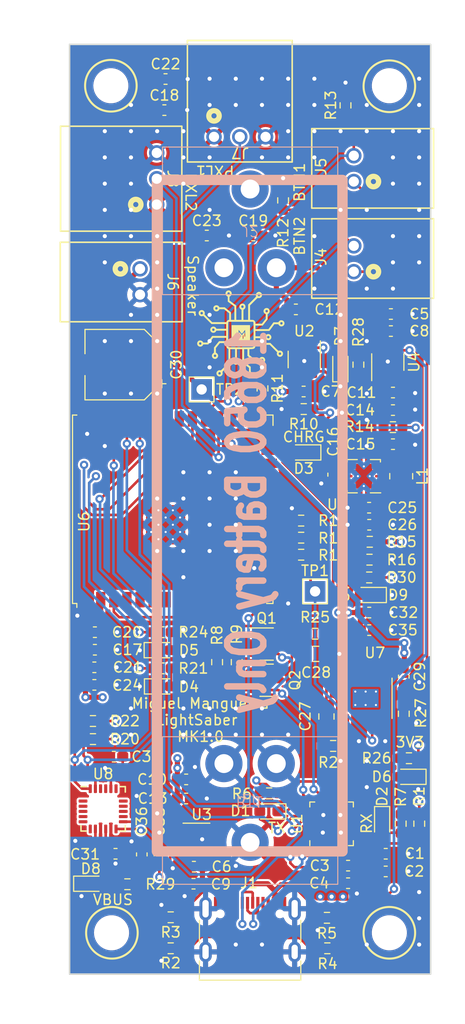
<source format=kicad_pcb>
(kicad_pcb (version 20221018) (generator pcbnew)
  (layers (0 "F.Cu" signal) (1 "In1.Cu" signal) (2 "In2.Cu" signal) (31 "B.Cu" signal) (34 "B.Paste" user) (35 "F.Paste" user) (36 "B.SilkS" user "B.Silkscreen") (37 "F.SilkS" user "F.Silkscreen") (38 "B.Mask" user) (39 "F.Mask" user) (44 "Edge.Cuts" user))
  (net 0 "")
  (net 1 "+5V")
  (net 2 "GND")
  (net 3 "+3V3")
  (net 4 "+BATT")
  (net 5 "VBUS")
  (net 6 "V_BATT")
  (net 7 "Net-(U5-EN)")
  (net 8 "Net-(C27-Pad1)")
  (net 9 "Net-(C27-Pad2)")
  (net 10 "Net-(C28-Pad1)")
  (net 11 "Net-(C29-Pad1)")
  (net 12 "Net-(C29-Pad2)")
  (net 13 "/SPKR_OUT")
  (net 14 "Net-(U8-REGOUT)")
  (net 15 "Net-(U8-CPOUT)")
  (net 16 "Net-(D1-K)")
  (net 17 "Net-(D1-A)")
  (net 18 "Net-(D2-K)")
  (net 19 "Net-(D2-A)")
  (net 20 "Net-(D3-K)")
  (net 21 "Net-(D3-A)")
  (net 22 "Net-(D4-A)")
  (net 23 "Net-(D5-A)")
  (net 24 "Net-(D6-A)")
  (net 25 "Net-(D7-A)")
  (net 26 "Net-(D8-A)")
  (net 27 "Net-(D9-A)")
  (net 28 "Net-(J1-CC1)")
  (net 29 "/D+")
  (net 30 "/D-")
  (net 32 "Net-(J1-CC2)")
  (net 34 "/BTN_1")
  (net 35 "/BTN_2")
  (net 36 "/DOUT_1")
  (net 37 "/DOUT_2")
  (net 38 "Net-(U5-L1)")
  (net 39 "Net-(U5-L2)")
  (net 40 "Net-(Q1-B)")
  (net 41 "/RTS")
  (net 42 "/EN")
  (net 43 "Net-(Q2-B)")
  (net 44 "/DTR")
  (net 45 "/BOOT")
  (net 46 "/VBUS_EN")
  (net 47 "Net-(U2-PROG)")
  (net 48 "Net-(U5-FB)")
  (net 49 "/LED_1")
  (net 50 "Net-(U7-+)")
  (net 51 "/LED_2")
  (net 52 "Net-(U7-BYPASS)")
  (net 53 "/DAC")
  (net 55 "Net-(R23-Pad2)")
  (net 62 "/RX")
  (net 63 "/TX")
  (net 88 "/SDA")
  (net 89 "/SCL")
  (net 91 "/RST")
  (net 98 "/INT")
  (footprint "Miguel:Miguel Logo 10mm" (layer "F.Cu") (at 16.514496 148.049676)
    (fp_text reference "G***" hide)
    (fp_text value "LOGO" hide)
  )
  (footprint "MountingHole:MountingHole_3.2mm_M3" (layer "F.Cu") (at 4 124)
    (fp_text reference "H1" hide)
    (fp_text value "MountingHole")
  )
  (footprint "MountingHole:MountingHole_3.2mm_M3" (layer "F.Cu") (at 31 206)
    (fp_text reference "H4" hide)
    (fp_text value "MountingHole")
  )
  (footprint "Package_TO_SOT_SMD:SOT-23-5" (layer "F.Cu") (at 22.75 150.5 -90)
    (fp_text reference "U2")
    (fp_text value "MCP73831-2-OT")
  )
  (footprint "Capacitor_SMD:C_0603_1608Metric_Pad1.08x0.95mm_HandSolder" (layer "F.Cu") (at 32.4 181.2 -90)
    (fp_text reference "C29")
    (fp_text value "100n")
  )
  (footprint "Capacitor_SMD:C_0603_1608Metric_Pad1.08x0.95mm_HandSolder" (layer "F.Cu") (at 9.3 123.35)
    (fp_text reference "C22")
    (fp_text value "10uF")
  )
  (footprint "Resistor_SMD:R_0603_1608Metric_Pad0.98x0.95mm_HandSolder" (layer "F.Cu") (at 29.075 169.88)
    (fp_text reference "R16")
    (fp_text value "10kR")
  )
  (footprint "Capacitor_SMD:C_0805_2012Metric_Pad1.18x1.45mm_HandSolder" (layer "F.Cu") (at 23.9 179)
    (fp_text reference "C28")
    (fp_text value "10uF")
  )
  (footprint "Resistor_SMD:R_0603_1608Metric_Pad0.98x0.95mm_HandSolder" (layer "F.Cu") (at 25.55 187.9125)
    (fp_text reference "R23")
    (fp_text value "0R")
  )
  (footprint "Capacitor_SMD:C_0603_1608Metric_Pad1.08x0.95mm_HandSolder" (layer "F.Cu") (at 7 198.4125 90)
    (fp_text reference "C36")
    (fp_text value "10n")
  )
  (footprint "Resistor_SMD:R_0603_1608Metric_Pad0.98x0.95mm_HandSolder" (layer "F.Cu") (at 22.45 167.75)
    (fp_text reference "R17")
    (fp_text value "0R")
  )
  (footprint "Capacitor_SMD:C_0603_1608Metric_Pad1.08x0.95mm_HandSolder" (layer "F.Cu") (at 31.15 146.1)
    (fp_text reference "C5")
    (fp_text value "10uF")
  )
  (footprint "Capacitor_SMD:C_0603_1608Metric_Pad1.08x0.95mm_HandSolder" (layer "F.Cu") (at 29.05 166.5 180)
    (fp_text reference "C26")
    (fp_text value "10uF")
  )
  (footprint "Package_DFN_QFN:QFN-24-1EP_4x4mm_P0.5mm_EP2.6x2.6mm" (layer "F.Cu") (at 25.4 195.45 90)
    (fp_text reference "U1")
    (fp_text value "CP2102N-Axx-xQFN24")
  )
  (footprint "Capacitor_SMD:C_0805_2012Metric_Pad1.18x1.45mm_HandSolder" (layer "F.Cu") (at 24.9 185.0625 90)
    (fp_text reference "C27")
    (fp_text value "10uF")
  )
  (footprint "Capacitor_SMD:C_0603_1608Metric_Pad1.08x0.95mm_HandSolder" (layer "F.Cu") (at 31.35 158.7)
    (fp_text reference "C15")
    (fp_text value "10uF")
  )
  (footprint "Capacitor_SMD:C_0603_1608Metric_Pad1.08x0.95mm_HandSolder" (layer "F.Cu") (at 12.0125 201.25 180)
    (fp_text reference "C9")
    (fp_text value "4u7")
  )
  (footprint "Capacitor_SMD:C_0603_1608Metric_Pad1.08x0.95mm_HandSolder" (layer "F.Cu") (at 17.8 138.5)
    (fp_text reference "C19")
    (fp_text value "10uF")
  )
  (footprint "Resistor_SMD:R_0603_1608Metric_Pad0.98x0.95mm_HandSolder" (layer "F.Cu") (at 32.4 184.8 90)
    (fp_text reference "R27")
    (fp_text value "10R")
  )
  (footprint "Miguel:S2B-XH-A-1" (layer "F.Cu") (at 25 131.8349 90)
    (fp_text reference "J5")
    (fp_text value "S2B-XH-A-1")
  )
  (footprint "Capacitor_SMD:C_0603_1608Metric_Pad1.08x0.95mm_HandSolder" (layer "F.Cu") (at 29.0375 164.85 180)
    (fp_text reference "C25")
    (fp_text value "10uF")
  )
  (footprint "Capacitor_SMD:C_0603_1608Metric_Pad1.08x0.95mm_HandSolder" (layer "F.Cu") (at 30.65 198.35)
    (fp_text reference "C1")
    (fp_text value "4u7")
  )
  (footprint "Resistor_SMD:R_0603_1608Metric_Pad0.98x0.95mm_HandSolder" (layer "F.Cu") (at 9.8 207.5 180)
    (fp_text reference "R2")
    (fp_text value "5k1")
  )
  (footprint "Capacitor_SMD:C_0603_1608Metric_Pad1.08x0.95mm_HandSolder" (layer "F.Cu") (at 4.45 198.35 180)
    (fp_text reference "C31")
    (fp_text value "100n")
  )
  (footprint "Capacitor_SMD:C_0603_1608Metric_Pad1.08x0.95mm_HandSolder" (layer "F.Cu") (at 30.6475 200.06)
    (fp_text reference "C2")
    (fp_text value "100n")
  )
  (footprint "Package_TO_SOT_SMD:SOT-23" (layer "F.Cu") (at 19.1 181.55)
    (fp_text reference "Q2")
    (fp_text value "BC817")
  )
  (footprint "Capacitor_SMD:C_0603_1608Metric_Pad1.08x0.95mm_HandSolder" (layer "F.Cu") (at 2.45 178.6)
    (fp_text reference "C17")
    (fp_text value "4u7")
  )
  (footprint "Miguel:S3B-XH-A-1" (layer "F.Cu") (at 16.539878 130.2169 180)
    (fp_text reference "J7")
    (fp_text value "S3B-XH-A-1")
  )
  (footprint "Resistor_SMD:R_0603_1608Metric_Pad0.98x0.95mm_HandSolder" (layer "F.Cu") (at 33.9 195.4375 -90)
    (fp_text reference "R1")
    (fp_text value "2kR")
  )
  (footprint "Resistor_SMD:R_0603_1608Metric_Pad0.98x0.95mm_HandSolder" (layer "F.Cu") (at 20.7 135.1 90)
    (fp_text reference "R12")
    (fp_text value "10kR")
  )
  (footprint "LED_SMD:LED_0603_1608Metric_Pad1.05x0.95mm_HandSolder" (layer "F.Cu") (at 32.9 190.9 180)
    (fp_text reference "D6")
    (fp_text value "Green")
  )
  (footprint "Salyx Footprints:USB-C" (layer "F.Cu") (at 17.5149 198.5106)
    (fp_text reference "J1")
    (fp_text value "USB4105-GF-A")
  )
  (footprint "Capacitor_SMD:C_0603_1608Metric_Pad1.08x0.95mm_HandSolder" (layer "F.Cu") (at 31.15 147.75)
    (fp_text reference "C8")
    (fp_text value "4u7")
  )
  (footprint "Capacitor_SMD:C_0603_1608Metric_Pad1.08x0.95mm_HandSolder" (layer "F.Cu") (at 31.35 153.7)
    (fp_text reference "C11")
    (fp_text value "100n")
  )
  (footprint "LED_SMD:LED_0603_1608Metric_Pad1.05x0.95mm_HandSolder" (layer "F.Cu") (at 2.05 201.25)
    (fp_text reference "D8")
    (fp_text value "Green")
  )
  (footprint "Miguel:S2B-XH-A-1" (layer "F.Cu") (at 25 140.559899 90)
    (fp_text reference "J4")
    (fp_text value "S2B-XH-A-1")
  )
  (footprint "Package_TO_SOT_SMD:SOT-23-5" (layer "F.Cu") (at 12.8 196.95)
    (fp_text reference "U3")
    (fp_text value "AP2171W")
  )
  (footprint "Package_SON:Texas_DRC0010J_ThermalVias" (layer "F.Cu") (at 28.525 161.8 180)
    (fp_text reference "U5")
    (fp_text value "TPS63000")
  )
  (footprint "LED_SMD:LED_0603_1608Metric_Pad1.05x0.95mm_HandSolder" (layer "F.Cu") (at 29.05 173.3 180)
    (fp_text reference "D9")
    (fp_text value "Green")
  )
  (footprint "Sensor_Motion:InvenSense_QFN-24_4x4mm_P0.5mm" (layer "F.Cu") (at 3.25 194)
    (fp_text reference "U8")
    (fp_text value "MPU-6050")
  )
  (footprint "Resistor_SMD:R_0603_1608Metric_Pad0.98x0.95mm_HandSolder" (layer "F.Cu") (at 9.8 204.5 180)
    (fp_text reference "R3")
    (fp_text value "5k1")
  )
  (footprint "Resistor_SMD:R_0603_1608Metric_Pad0.98x0.95mm_HandSolder" (layer "F.Cu") (at 29.05 171.6 180)
    (fp_text reference "R30")
    (fp_text value "3.3k")
  )
  (footprint "Resistor_SMD:R_0603_1608Metric_Pad0.98x0.95mm_HandSolder" (layer "F.Cu") (at 8.9 176.9)
    (fp_text reference "R24")
    (fp_text value "470R")
  )
  (footprint "Capacitor_SMD:C_0603_1608Metric_Pad1.08x0.95mm_HandSolder" (layer "F.Cu") (at 11.3 193)
    (fp_text reference "C13")
    (fp_text value "10uF")
  )
  (footprint "RF_Module:ESP32-WROOM-32U" (layer "F.Cu") (at 10 165 90)
    (fp_text reference "U6")
    (fp_text value "ESP32-WROOM-32U")
  )
  (footprint "MountingHole:MountingHole_3.2mm_M3" (layer "F.Cu") (at 4.0664 206)
    (fp_text reference "H3" hide)
    (fp_text value "MountingHole")
  )
  (footprint "Capacitor_SMD:C_0603_1608Metric_Pad1.08x0.95mm_HandSolder" (layer "F.Cu") (at 8.7 198.4 90)
    (fp_text reference "C33")
    (fp_text value "100n")
  )
  (footprint "Resistor_SMD:R_0603_1608Metric_Pad0.98x0.95mm_HandSolder" (layer "F.Cu") (at 22.7 155.3 180)
    (fp_text reference "R10")
    (fp_text value "10kR")
  )
  (footprint "Capacitor_SMD:C_0603_1608Metric_Pad1.08x0.95mm_HandSolder" (layer "F.Cu") (at 13.3 138.5)
    (fp_text reference "C23")
    (fp_text value "10uF")
  )
  (footprint "Capacitor_SMD:C_0603_1608Metric_Pad1.08x0.95mm_HandSolder" (layer "F.Cu") (at 27 199.5)
    (fp_text reference "C3")
    (fp_text value "4u7")
  )
  (footprint "MountingHole:MountingHole_3.2mm_M3" (layer "F.Cu") (at 31 124)
    (fp_text reference "H2" hide)
    (fp_text value "MountingHole")
  )
  (footprint "Resistor_SMD:R_0603_1608Metric_Pad0.98x0.95mm_HandSolder" (layer "F.Cu") (at 5.6 201.3 180)
    (fp_text reference "R29")
    (fp_text value "3.3k")
  )
  (footprint "Resistor_SMD:R_0603_1608Metric_Pad0.98x0.95mm_HandSolder" (layer "F.Cu") (at 2.2625 187.25 180)
    (fp_text reference "R20")
    (fp_text value "3.3k")
  )
  (footprint "Resistor_SMD:R_0603_1608Metric_Pad0.98x0.95mm_HandSolder" (layer "F.Cu") (at 29.1 168.15 180)
    (fp_text reference "R15")
    (fp_text value "90.9kR")
  )
  (footprint "Capacitor_SMD:C_0603_1608Metric_Pad1.08x0.95mm_HandSolder" (layer "F.Cu") (at 27 201.2)
    (fp_text reference "C4")
    (fp_text value "100n")
  )
  (footprint "Resistor_SMD:R_0603_1608Metric_Pad0.98x0.95mm_HandSolder" (layer "F.Cu") (at 14.3 179.8 90)
    (fp_text reference "R8")
    (fp_text value "10kR")
  )
  (footprint "TestPoint:TestPoint_THTPad_2.0x2.0mm_Drill1.0mm" (layer "F.Cu") (at 23.8 172.95)
    (fp_text reference "TP1")
    (fp_text value "TestPoint")
  )
  (footprint "LED_SMD:LED_0603_1608Metric_Pad1.05x0.95mm_HandSolder" (layer "F.Cu") (at 26.25 151 90)
    (fp_text reference "D7")
    (fp_text value "Green")
  )
  (footprint "Resistor_SMD:R_0603_1608Metric_Pad0.98x0.95mm_HandSolder" (layer "F.Cu") (at 24.95 204.55 180)
    (fp_text reference "R5")
    (fp_text value "10kR")
  )
  (footprint "Resistor_SMD:R_0603_1608Metric_Pad0.98x0.95mm_HandSolder" (layer "F.Cu") (at 28 151 90)
    (fp_text reference "R28")
    (fp_text value "3.3k")
  )
  (footprint "Package_TO_SOT_SMD:SOT-23-5" (layer "F.Cu") (at 30.85 150.75 90)
    (fp_text reference "U4")
    (fp_text value "AP2161W")
  )
  (footprint "Capacitor_SMD:C_0603_1608Metric_Pad1.08x0.95mm_HandSolder" (layer "F.Cu") (at 12.05 199.6 180)
    (fp_text reference "C6")
    (fp_text value "10uF")
  )
  (footprint "Capacitor_SMD:C_0603_1608Metric_Pad1.08x0.95mm_HandSolder" (layer "F.Cu") (at 31.35 155.4)
    (fp_text reference "C14")
    (fp_text value "10uF")
  )
  (footprint "LED_SMD:LED_0603_1608Metric_Pad1.05x0.95mm_HandSolder" (layer "F.Cu") (at 8.9125 182.15)
    (fp_text reference "D4")
    (fp_text value "Blue")
  )
  (footprint "LED_SMD:LED_0603_1608Metric_Pad1.05x0.95mm_HandSolder" (layer "F.Cu") (at 19.3125 194.25 180)
    (fp_text reference "D1")
    (fp_text value "Blue")
  )
  (footprint "Resistor_SMD:R_0603_1608Metric_Pad0.98x0.95mm_HandSolder" (layer "F.Cu") (at 8.9 180.4)
    (fp_text reference "R21")
    (fp_text value "470R")
  )
  (footprint "Miguel:S2B-XH-A-1" (layer "F.Cu") (at 9.3815 143.1651 -90)
    (fp_text reference "J6")
    (fp_text value "S2B-XH-A-1")
  )
  (footprint "Capacitor_SMD:C_0603_1608Metric_Pad1.08x0.95mm_HandSolder" (layer "F.Cu") (at 29.05 176.7)
    (fp_text reference "C35")
    (fp_text value "100n")
  )
  (footprint "Resistor_SMD:R_0603_1608Metric_Pad0.98x0.95mm_HandSolder" (layer "F.Cu") (at 22.45 169.4)
    (fp_text reference "R18")
    (fp_text value "73.2kR")
  )
  (footprint "Capacitor_SMD:C_0603_1608Metric_Pad1.08x0.95mm_HandSolder" (layer "F.Cu") (at 9.1875 126.36)
    (fp_text reference "C18")
    (fp_text value "10uF")
  )
  (footprint "Capacitor_SMD:C_0603_1608Metric_Pad1.08x0.95mm_HandSolder" (layer "F.Cu") (at 2.4 182)
    (fp_text reference "C24")
    (fp_text value "10uF")
  )
  (footprint "Capacitor_SMD:C_0603_1608Metric_Pad1.08x0.95mm_HandSolder" (layer "F.Cu") (at 25.55 161.65 -90)
    (fp_text reference "C16")
    (fp_text value "100n")
  )
  (footprint "LED_SMD:LED_0603_1608Metric_Pad1.05x0.95mm_HandSolder" (layer "F.Cu") (at 8.8875 178.64)
    (fp_text reference "D5")
    (fp_text value "Blue")
  )
  (footprint "Capacitor_SMD:C_0603_1608Metric_Pad1.08x0.95mm_HandSolder" (layer "F.Cu") (at 2.4 180.3)
    (fp_text reference "C21")
    (fp_text value "10uF")
  )
  (footprint "Capacitor_SMD:CP_Elec_6.3x7.7" (layer "F.Cu") (at 4.9 151 180)
    (fp_text reference "C30")
    (fp_text value "100uF")
  )
  (footprint "Capacitor_SMD:C_0603_1608Metric_Pad1.08x0.95mm_HandSolder" (layer "F.Cu") (at 11.3 191.15)
    (fp_text reference "C10")
    (fp_text value "100n")
  )
  (footprint "Resistor_SMD:R_0603_1608Metric_Pad0.98x0.95mm_HandSolder" (layer "F.Cu") (at 24.9875 207.5)
    (fp_text reference "R4")
    (fp_text value "10kR")
  )
  (footprint "Package_TO_SOT_SMD:SOT-23" (layer "F.Cu") (at 19.1 178.05)
    (fp_text reference "Q1")
    (fp_text value "BC817")
  )
  (footprint "Resistor_SMD:R_0603_1608Metric_Pad0.98x0.95mm_HandSolder" (layer "F.Cu") (at 31.35 157.05)
    (fp_text reference "R14")
    (fp_text value "100R")
  )
  (footprint "Resistor_SMD:R_0603_1608Metric_Pad0.98x0.95mm_HandSolder" (layer "F.Cu") (at 32.1 195.4375 -90)
    (fp_text reference "R7")
    (fp_text value "470R")
  )
  (footprint "Resistor_SMD:R_0603_1608Metric_Pad0.98x0.95mm_HandSolder" (layer "F.Cu") (at 32.9 189.1 180)
    (fp_text reference "R26")
    (fp_text value "470R")
  )
  (footprint "LED_SMD:LED_0603_1608Metric_Pad1.05x0.95mm_HandSolder" (layer "F.Cu") (at 30.3 195.4375 -90)
    (fp_text reference "D2")
    (fp_text value "Blue")
  )
  (footprint "Capacitor_SMD:C_0603_1608Metric_Pad1.08x0.95mm_HandSolder" (layer "F.Cu") (at 29.05 175)
    (fp_text reference "C32")
    (fp_text value "4u7")
  )
  (footprint "Resistor_SMD:R_0603_1608Metric_Pad0.98x0.95mm_HandSolder" (layer "F.Cu") (at 26.75 125.9 90)
    (fp_text reference "R13")
    (fp_text value "10kR")
  )
  (footprint "Resistor_SMD:R_0603_1608Metric_Pad0.98x0.95mm_HandSolder" (layer "F.Cu") (at 16.2 179.8 -90)
    (fp_text reference "R9")
    (fp_text value "10kR")
  )
  (footprint "Resistor_SMD:R_0603_1608Metric_Pad0.98x0.95mm_HandSolder" (layer "F.Cu") (at 2.2625 185.5 180)
    (fp_text reference "R22")
    (fp_text value "3.3k")
  )
  (footprint "Capacitor_SMD:C_0603_1608Metric_Pad1.08x0.95mm_HandSolder" (layer "F.Cu") (at 21.9375 145.65)
    (fp_text reference "C12")
    (fp_text value "4u7")
  )
  (footprint "Capacitor_SMD:C_0603_1608Metric_Pad1.08x0.95mm_HandSolder" (layer "F.Cu") (at 22.6875 153.6)
    (fp_text reference "C7")
    (fp_text value "4u7")
  )
  (footprint "LED_SMD:LED_0603_1608Metric_Pad1.05x0.95mm_HandSolder" (layer "F.Cu") (at 22.7 159.5 180)
    (fp_text reference "D3")
    (fp_text value "Green")
  )
  (footprint "Miguel:S3B-XH-A-1" (layer "F.Cu") (at 9.7169 132.960122 -90)
    (fp_text reference "J8")
    (fp_text value "S3B-XH-A-1")
  )
  (footprint "Capacitor_SMD:C_0603_1608Metric_Pad1.08x0.95mm_HandSolder" (layer "F.Cu") (at 4.2875 188.95 180)
    (fp_text reference "C34")
    (fp_text value "2.2n")
  )
  (footprint "Resistor_SMD:R_0603_1608Metric_Pad0.98x0.95mm_HandSolder" (layer "F.Cu") (at 23.8 177.05 180)
    (fp_text reference "R25")
    (fp_text value "10kR")
  )
  (footprint "TestPoint:TestPoint_THTPad_2.0x2.0mm_Drill1.0mm" (layer "F.Cu") (at 12.8 153.4)
    (fp_text reference "TP2")
    (fp_text value "TestPoint")
  )
  (footprint "Resistor_SMD:R_0603_1608Metric_Pad0.98x0.95mm_HandSolder" (layer "F.Cu") (at 18.7 153.3 -90)
    (fp_text reference "R11")
    (fp_text value "2kR")
  )
  (footprint "Inductor_SMD:L_1008_2520Metric_Pad1.43x2.20mm_HandSolder" (layer "F.Cu") (at 32.15 161.8 -90)
    (fp_text reference "L1")
    (fp_text value "2.2uH")
  )
  (footprint "Resistor_SMD:R_0603_1608Metric_Pad0.98x0.95mm_HandSolder" (layer "F.Cu") (at 22.45 166.1 180)
    (fp_text reference "R19")
    (fp_text value "10kR")
  )
  (footprint "Resistor_SMD:R_0603_1608Metric_Pad0.98x0.95mm_HandSolder" (layer "F.Cu") (at 19.35 192.5 180)
    (fp_text reference "R6")
    (fp_text value "470R")
  )
  (footprint "Capacitor_SMD:C_0603_1608Metric_Pad1.08x0.95mm_HandSolder" (layer "F.Cu") (at 2.45 176.9)
    (fp_text reference "C20")
    (fp_text value "100n")
  )
  (footprint "Package_SO:SOIC-8-1EP_3.9x4.9mm_P1.27mm_EP2.29x3mm_ThermalVias" (layer "F.Cu") (at 28.7 183.3 90)
    (fp_text reference "U7")
    (fp_text value "LM386")
  )
  (footprint "Miguel:54" (layer "B.Cu") (at 17.5 189.62 180)
    (fp_text reference "J3")
    (fp_text value "54")
  )
  (footprint "Miguel:18650" (layer "B.Cu") (at 17.46 165.62)
    (fp_text reference "BT1")
    (fp_text value "18650 battery")
  )
  (footprint "Miguel:54" (layer "B.Cu") (at 17.5 141.62)
    (fp_text reference "J2")
    (fp_text value locked "54")
  )
  (gr_circle (center 4 124) (end 6.5 124) (stroke (width 0.2)) (fill none) (layer "F.SilkS"))
  (gr_circle (center 4.1 206) (end 6.6 206) (stroke (width 0.2)) (fill none) (layer "F.SilkS"))
  (gr_circle (center 31 124.05) (end 33.5 124.05) (stroke (width 0.2)) (fill none) (layer "F.SilkS"))
  (gr_circle (center 31 206) (end 33.5 206) (stroke (width 0.2)) (fill none) (layer "F.SilkS"))
  (gr_rect (start 0 120) (end 35 210) (stroke (width 0.15)) (fill none) (layer "Edge.Cuts"))
  (gr_text "BTN1" (at 22.3 133.35 90) (layer "F.SilkS") (effects (font (size 1 1))))
  (gr_text "RX" (at 28.8 195.4375 90) (layer "F.SilkS") (effects (font (size 1 1))))
  (gr_text "PXL1" (at 14.1 132.25 180) (layer "F.SilkS") (effects (font (size 1 1))))
  (gr_text "VBUS" (at 4.2 202.8) (layer "F.SilkS") (effects (font (size 1 1))))
  (gr_text "Miguel Manguerra\nLightSaber \nMK1.0" (at 12.7 185.4) (layer "F.SilkS") (effects (font (size 1 1))))
  (gr_text "TX" (at 20.1 195.85) (layer "F.SilkS") (effects (font (size 1 1))))
  (gr_text "PXL2" (at 11.75 134.3 -90) (layer "F.SilkS") (effects (font (size 1 1))))
  (gr_text "BTN2" (at 22.3 138.55 90) (layer "F.SilkS") (effects (font (size 1 1))))
  (gr_text "Speaker" (at 11.95 143.35 -90) (layer "F.SilkS") (effects (font (size 1 1))))
  (gr_text "3V3" (at 33 187.55) (layer "F.SilkS") (effects (font (size 1 1))))
  (gr_text "5V" (at 26.6 173.05 90) (layer "F.SilkS") (effects (font (size 1 1))))
  (gr_text "CHRG" (at 22.7 158) (layer "F.SilkS") (effects (font (size 1 1))))
  (segment (start 28.1875 176.7) (end 28.1875 177.4875) (width 0.5) (layer "F.Cu") (net 1))
  (segment (start 11.6625 196) (end 11.6625 195.5625) (width 0.5) (layer "F.Cu") (net 1))
  (segment (start 20.65 153.6) (end 21.825 153.6) (width 0.5) (layer "F.Cu") (net 1))
  (segment (start 11.6625 195.5625) (end 10.4375 194.3375) (width 0.5) (layer "F.Cu") (net 1))
  (segment (start 29.35 178.65) (end 29.35 180.81) (width 0.5) (layer "F.Cu") (net 1))
  (segment (start 31.2 171.6) (end 29.9625 171.6) (width 0.254) (layer "F.Cu") (net 1))
  (segment (start 28.1875 175) (end 28.1875 176.7) (width 0.5) (layer "F.Cu") (net 1))
  (segment (start 10.45 190.05) (end 10.45 189.1) (width 0.5) (layer "F.Cu") (net 1))
  (segment (start 29.9 164.85) (end 29.9 162.902) (width 0.5) (layer "F.Cu") (net 1))
  (segment (start 28.1875 177.4875) (end 29.35 178.65) (width 0.5) (layer "F.Cu") (net 1))
  (segment (start 10.4375 194.3375) (end 10.4375 193) (width 0.5) (layer "F.Cu") (net 1))
  (segment (start 29.35 180.81) (end 29.335 180.825) (width 0.5) (layer "F.Cu") (net 1))
  (segment (start 32.1 168.15) (end 31.95 168.15) (width 0.5) (layer "F.Cu") (net 1))
  (segment (start 10.4375 191.15) (end 10.45 190.05) (width 0.5) (layer "F.Cu") (net 1))
  (segment (start 10.45 189.1) (end 10.4375 189.1625) (width 0.5) (layer "F.Cu") (net 1))
  (segment (start 32.1 168.15) (end 31.2 168.15) (width 0.5) (layer "F.Cu") (net 1))
  (segment (start 30.0125 164.9625) (end 29.9 164.85) (width 0.5) (layer "F.Cu") (net 1))
  (segment (start 10.4375 193) (end 10.4375 191.15) (width 0.5) (layer "F.Cu") (net 1))
  (segment (start 26.05 175) (end 26.2 175) (width 0.5) (layer "F.Cu") (net 1))
  (segment (start 30.0125 168.15) (end 30.0125 164.9625) (width 0.5) (layer "F.Cu") (net 1))
  (segment (start 28.1875 175) (end 27 175) (width 0.5) (layer "F.Cu") (net 1))
  (segment (start 30.0125 168.15) (end 31.2 168.15) (width 0.5) (layer "F.Cu") (net 1))
  (segment (start 21.825 151.6625) (end 21.8 151.6375) (width 0.5) (layer "F.Cu") (net 1))
  (segment (start 21.825 153.6) (end 21.825 151.6625) (width 0.5) (layer "F.Cu") (net 1))
  (via (at 32.1 168.15) (size 0.8) (drill 0.4) (layers "F.Cu" "B.Cu") (net 1))
  (via (at 27 175) (size 0.8) (drill 0.4) (layers "F.Cu" "B.Cu") (net 1))
  (via (at 31.2 171.6) (size 0.8) (drill 0.4) (layers "F.Cu" "B.Cu") (net 1))
  (via (at 10.45 190.05) (size 0.8) (drill 0.4) (layers "F.Cu" "B.Cu") (net 1))
  (via (at 20.65 153.6) (size 0.8) (drill 0.4) (layers "F.Cu" "B.Cu") (net 1))
  (via (at 31.2 168.15) (size 0.8) (drill 0.4) (layers "F.Cu" "B.Cu") (net 1))
  (via (at 10.45 189.1) (size 0.8) (drill 0.4) (layers "F.Cu" "B.Cu") (net 1))
  (via (at 26.05 175) (size 0.8) (drill 0.4) (layers "F.Cu" "B.Cu") (net 1))
  (segment (start 10.1625 123.35) (end 11.45 123.35) (width 0.5) (layer "F.Cu") (net 2))
  (segment (start 14.1625 138.5) (end 15.45 138.5) (width 0.5) (layer "F.Cu") (net 2))
  (segment (start 18.6625 138.5) (end 19.95 138.5) (width 0.5) (layer "F.Cu") (net 2))
  (segment (start 3.425 188.95) (end 3.425 190.0375) (width 0.254) (layer "F.Cu") (net 2))
  (segment (start 11.39 126.36) (end 11.4 126.35) (width 0.5) (layer "F.Cu") (net 2))
  (segment (start 10.05 126.36) (end 11.39 126.36) (width 0.5) (layer "F.Cu") (net 2))
  (via (at 12.85 196.95) (size 0.8) (drill 0.4) (layers "F.Cu" "B.Cu") (net 2))
  (via (at 31.35 130.94) (size 0.8) (drill 0.4) (layers "F.Cu" "B.Cu") (net 2))
  (via (at 24.4 162.5) (size 0.8) (drill 0.4) (layers "F.Cu" "B.Cu") (net 2))
  (via (at 28.05 187.45) (size 0.8) (drill 0.4) (layers "F.Cu" "B.Cu") (net 2))
  (via (at 13.57 169.04) (size 0.8) (drill 0.4) (layers "F.Cu" "B.Cu") (net 2))
  (via (at 20.55 155.3) (size 0.8) (drill 0.4) (layers "F.Cu" "B.Cu") (net 2))
  (via (at 5.95 186.82) (size 0.8) (drill 0.4) (layers "F.Cu" "B.Cu") (net 2))
  (via (at 16.11 184.28) (size 0.8) (drill 0.4) (layers "F.Cu" "B.Cu") (net 2))
  (via (at 8.49 163.96) (size 0.8) (drill 0.4) (layers "F.Cu" "B.Cu") (net 2))
  (via (at 26.27 136.02) (size 0.8) (drill 0.4) (layers "F.Cu" "B.Cu") (net 2))
  (via (at 8.49 146.18) (size 0.8) (drill 0.4) (layers "F.Cu" "B.Cu") (net 2))
  (via (at 33.5 155.35) (size 0.8) (drill 0.4) (layers "F.Cu" "B.Cu") (net 2))
  (via (at 21.55 164.9) (size 0.8) (drill 0.4) (layers "F.Cu" "B.Cu") (net 2))
  (via (at 16.11 199.52) (size 0.8) (drill 0.4) (layers "F.Cu" "B.Cu") (net 2))
  (via (at 5.95 184.28) (size 0.8) (drill 0.4) (layers "F.Cu" "B.Cu") (net 2))
  (via (at 3.41 128.4) (size 0.8) (drill 0.4) (layers "F.Cu" "B.Cu") (net 2))
  (via (at 33.25 147.75) (size 0.8) (drill 0.4) (layers "F.Cu" "B.Cu") (net 2))
  (via (at 33.89 202.06) (size 0.8) (drill 0.4) (layers "F.Cu" "B.Cu") (net 2))
  (via (at 33.25 146.1) (size 0.8) (drill 0.4) (layers "F.Cu" "B.Cu") (net 2))
  (via (at 33.89 184.28) (size 0.8) (drill 0.4) (layers "F.Cu" "B.Cu") (net 2))
  (via (at 33.5 153.75) (size 0.8) (drill 0.4) (layers "F.Cu" "B.Cu") (net 2))
  (via (at 23.73 125.86) (size 0.8) (drill 0.4) (layers "F.Cu" "B.Cu") (net 2))
  (via (at 13.57 130.94) (size 0.8) (drill 0.4) (layers "F.Cu" "B.Cu") (net 2))
  (via (at 33.6 185.7) (size 0.8) (drill 0.4) (layers "F.Cu" "B.Cu") (net 2))
  (via (at 33.89 136.02) (size 0.8) (drill 0.4) (layers "F.Cu" "B.Cu") (net 2))
  (via (at 33.89 133.48) (size 0.8) (drill 0.4) (layers "F.Cu" "B.Cu") (net 2))
  (via (at 26.27 189.36) (size 0.8) (drill 0.4) (layers "F.Cu" "B.Cu") (net 2))
  (via (at 11.03 179.2) (size 0.8) (drill 0.4) (layers "F.Cu" "B.Cu") (net 2))
  (via (at 3.41 136.02) (size 0.8) (drill 0.4) (layers "F.Cu" "B.Cu") (net 2))
  (via (at 33.89 130.94) (size 0.8) (drill 0.4) (layers "F.Cu" "B.Cu") (net 2))
  (via (at 13.57 148.72) (size 0.8) (drill 0.4) (layers "F.Cu" "B.Cu") (net 2))
  (via (at 18.65 123.32) (size 0.8) (drill 0.4) (layers "F.Cu" "B.Cu") (net 2))
  (via (at 8.49 128.4) (size 0.8) (drill 0.4) (layers "F.Cu" "B.Cu") (net 2))
  (via (at 28.81 125.86) (size 0.8) (drill 0.4) (layers "F.Cu" "B.Cu") (net 2))
  (via (at 18.65 130.94) (size 0.8) (drill 0.4) (layers "F.Cu" "B.Cu") (net 2))
  (via (at 18.65 184.28) (size 0.8) (drill 0.4) (layers "F.Cu" "B.Cu") (net 2))
  (via (at 13.57 151.26) (size 0.8) (drill 0.4) (layers "F.Cu" "B.Cu") (net 2))
  (via (at 11.03 163.96) (size 0.8) (drill 0.4) (layers "F.Cu" "B.Cu") (net 2))
  (via (at 31.35 141.1) (size 0.8) (drill 0.4) (layers "F.Cu" "B.Cu") (net 2))
  (via (at 11.03 184.28) (size 0.8) (drill 0.4) (layers "F.Cu" "B.Cu") (net 2))
  (via (at 28.81 136.02) (size 0.8) (drill 0.4) (layers "F.Cu" "B.Cu") (net 2))
  (via (at 23.73 123.32) (size 0.8) (drill 0.4) (layers "F.Cu" "B.Cu") (net 2))
  (via (at 27.85 202.2) (size 0.8) (drill 0.4) (layers "F.Cu" "B.Cu") (net 2))
  (via (at 11.03 133.48) (size 0.8) (drill 0.4) (layers "F.Cu" "B.Cu") (net 2))
  (via (at 31.25 169.85) (size 0.8) (drill 0.4) (layers "F.Cu" "B.Cu") (net 2))
  (via (at 0.55 197.1) (size 0.8) (drill 0.4) (layers "F.Cu" "B.Cu") (net 2))
  (via (at 26.3 196.3) (size 0.8) (drill 0.4) (layers "F.Cu" "B.Cu") (net 2))
  (via (at 13.57 166.5) (size 0.8) (drill 0.4) (layers "F.Cu" "B.Cu") (net 2))
  (via (at 28.81 189.36) (size 0.8) (drill 0.4) (layers "F.Cu" "B.Cu") (net 2))
  (via (at 26.75 123.7) (size 0.8) (drill 0.4) (layers "F.Cu" "B.Cu") (net 2))
  (via (at 33.89 128.4) (size 0.8) (drill 0.4) (layers "F.Cu" "B.Cu") (net 2))
  (via (at 5.95 146.18) (size 0.8) (drill 0.4) (layers "F.Cu" "B.Cu") (net 2))
  (via (at 33.5 158.75) (size 0.8) (drill 0.4) (layers "F.Cu" "B.Cu") (net 2))
  (via (at 31.2 176.7) (size 0.8) (drill 0.4) (layers "F.Cu" "B.Cu") (net 2))
  (via (at 21.19 125.86) (size 0.8) (drill 0.4) (layers "F.Cu" "B.Cu") (net 2))
  (via (at 28.81 191.9) (size 0.8) (drill 0.4) (layers "F.Cu" "B.Cu") (net 2))
  (via (at 31.2 175) (size 0.8) (drill 0.4) (layers "F.Cu" "B.Cu") (net 2))
  (via (at 16.11 163.96) (size 0.8) (drill 0.4) (layers "F.Cu" "B.Cu") (net 2))
  (via (at 8.9 208.7) (size 0.8) (drill 0.4) (layers "F.Cu" "B.Cu") (net 2))
  (via (at 30.85 150.7) (size 0.8) (drill 0.4) (layers "F.Cu" "B.Cu") (net 2))
  (via (at 8.9 203.3) (size 0.8) (drill 0.4) (layers "F.Cu" "B.Cu") (net 2))
  (via (at 26.25 194.6) (size 0.8) (drill 0.4) (layers "F.Cu" "B.Cu") (net 2))
  (via (at 5.95 138.56) (size 0.8) (drill 0.4) (layers "F.Cu" "B.Cu") (net 2))
  (via (at 13.57 123.32) (size 0.8) (drill 0.4) (layers "F.Cu" "B.Cu") (net 2))
  (via (at 5.95 136.02) (size 0.8) (drill 0.4) (layers "F.Cu" "B.Cu") (net 2))
  (via (at 26.27 148.72) (size 0.8) (drill 0.4) (layers "F.Cu" "B.Cu") (net 2))
  (via (at 19.95 138.5) (size 0.8) (drill 0.4) (layers "F.Cu" "B.Cu") (net 2))
  (via (at 31.35 133.48) (size 0.8) (drill 0.4) (layers "F.Cu" "B.Cu") (net 2))
  (via (at 28.81 153.8) (size 0.8) (drill 0.4) (layers "F.Cu" "B.Cu") (net 2))
  (via (at 28.81 156.34) (size 0.8) (drill 0.4) (layers "F.Cu" "B.Cu") (net 2))
  (via (at 4.6 178.6) (size 0.8) (drill 0.4) (layers "F.Cu" "B.Cu") (net 2))
  (via (at 23.73 130.94) (size 0.8) (drill 0.4) (layers "F.Cu" "B.Cu") (net 2))
  (via (at 33.89 207.14) (size 0.8) (drill 0.4) (layers "F.Cu" "B.Cu") (net 2))
  (via (at 8.49 194.44) (size 0.8) (drill 0.4) (layers "F.Cu" "B.Cu") (net 2))
  (via (at 11.03 128.4) (size 0.8) (drill 0.4) (layers "F.Cu" "B.Cu") (net 2))
  (via (at 4.55 180.3) (size 0.8) (drill 0.4) (layers "F.Cu" "B.Cu") (net 2))
  (via (at 26.25 153.1) (size 0.8) (drill 0.4) (layers "F.Cu" "B.Cu") (net 2))
  (via (at 1.7 157.7) (size 0.8) (drill 0.4) (layers "F.Cu" "B.Cu") (net 2))
  (via (at 0.75 175.3) (size 0.8) (drill 0.4) (layers "F.Cu" "B.Cu") (net 2))
  (via (at 1.15 202.45) (size 0.8) (drill 0.4) (layers "F.Cu" "B.Cu") (net 2))
  (via (at 11.03 130.94) (size 0.8) (drill 0.4) (layers "F.Cu" "B.Cu") (net 2))
  (via (at 23.73 143.64) (size 0.8) (drill 0.4) (layers "F.Cu" "B.Cu") (net 2))
  (via (at 31.35 128.4) (size 0.8) (drill 0.4) (layers "F.Cu" "B.Cu") (net 2))
  (via (at 5.95 133.48) (size 0.8) (drill 0.4) (layers "F.Cu" "B.Cu") (net 2))
  (via (at 24.6 194.6) (size 0.8) (drill 0.4) (layers "F.Cu" "B.Cu") (net 2))
  (via (at 28.81 207.14) (size 0.8) (drill 0.4) (layers "F.Cu" "B.Cu") (net 2))
  (via (at 11.15 202.45) (size 0.8) (drill 0.4) (layers "F.Cu" "B.Cu") (net 2))
  (via (at 11.03 171.58) (size 0.8) (drill 0.4) (layers "F.Cu" "B.Cu") (net 2))
  (via (at 18.65 125.86) (size 0.8) (drill 0.4) (layers "F.Cu" "B.Cu") (net 2))
  (via (at 3.41 153.8) (size 0.8) (drill 0.4) (layers "F.Cu" "B.Cu") (net 2))
  (via (at 11.03 181.74) (size 0.8) (drill 0.4) (layers "F.Cu" "B.Cu") (net 2))
  (via (at 24.55 196.3) (size 0.8) (drill 0.4) (layers "F.Cu" "B.Cu") (net 2))
  (via (at 8.49 141.1) (size 0.8) (drill 0.4) (layers "F.Cu" "B.Cu") (net 2))
  (via (at 16.11 123.32) (size 0.8) (drill 0.4) (layers "F.Cu" "B.Cu") (net 2))
  (via (at 18.65 207.14) (size 0.8) (drill 0.4) (layers "F.Cu" "B.Cu") (net 2))
  (via (at 18.65 186.82) (size 0.8) (drill 0.4) (layers "F.Cu" "B.Cu") (net 2))
  (via (at 28.81 143.64) (size 0.8) (drill 0.4) (layers "F.Cu" "B.Cu") (net 2))
  (via (at 33.8 192.1) (size 0.8) (drill 0.4) (layers "F.Cu" "B.Cu") (net 2))
  (via (at 3.4375 190.05) (size 0.8) (drill 0.4) (layers "F.Cu" "B.Cu") (net 2))
  (via (at 16.11 166.5) (size 0.8) (drill 0.4) (layers "F.Cu" "B.Cu") (net 2))
  (via (at 3.41 138.56) (size 0.8) (drill 0.4) (layers "F.Cu" "B.Cu") (net 2))
  (via (at 16.11 169.04) (size 0.8) (drill 0.4) (layers "F.Cu" "B.Cu") (net 2))
  (via (at 21.19 128.4) (size 0.8) (drill 0.4) (layers "F.Cu" "B.Cu") (net 2))
  (via (at 24.7 153.6) (size 0.8) (drill 0.4) (layers "F.Cu" "B.Cu") (net 2))
  (via (at 24.05 205.75) (size 0.8) (drill 0.4) (layers "F.Cu" "B.Cu") (net 2))
  (via (at 21.19 174.12) (size 0.8) (drill 0.4) (layers "F.Cu" "B.Cu") (net 2))
  (via (at 26.27 128.4) (size 0.8) (drill 0.4) (layers "F.Cu" "B.Cu") (net 2))
  (via (at 26.95 166.5) (size 0.8) (drill 0.4) (layers "F.Cu" "B.Cu") (net 2))
  (via (at 5.95 148.72) (size 0.8) (drill 0.4) (layers "F.Cu" "B.Cu") (net 2))
  (via (at 8.49 169.04) (size 0.8) (drill 0.4) (layers "F.Cu" "B.Cu") (net 2))
  (via (at 11.4 126.35) (size 0.8) (drill 0.4) (layers "F.Cu" "B.Cu") (net 2))
  (via (at 3.41 148.72) (size 0.8) (drill 0.4) (layers "F.Cu" "B.Cu") (net 2))
  (via (at 6.5 192.75) (size 0.8) (drill 0.4) (layers "F.Cu" "B.Cu") (net 2))
  (via (at 21.19 186.82) (size 0.8) (drill 0.4) (layers "F.Cu" "B.Cu") (net 2))
  (via (at 31.25 173.3) (size 0.8) (drill 0.4) (layers "F.Cu" "B.Cu") (net 2))
  (via (at 16.11 125.86) (size 0.8) (drill 0.4) (layers "F.Cu" "B.Cu") (net 2))
  (via (at 13.57 146.18) (size 0.8) (drill 0.4) (layers "F.Cu" "B.Cu") (net 2))
  (via (at 6 197.15) (size 0.8) (drill 0.4) (layers "F.Cu" "B.Cu") (net 2))
  (via (at 20.7 132.95) (size 0.8) (drill 0.4) (layers "F.Cu" "B.Cu") (net 2))
  (via (at 13.57 161.42) (size 0.8) (drill 0.4) (layers "F.Cu" "B.Cu") (net 2))
  (via (at 31.35 143.64) (size 0.8) (drill 0.4) (layers "F.Cu" "B.Cu") (net 2))
  (via (at 8.49 148.72) (size 0.8) (drill 0.4) (layers "F.Cu" "B.Cu") (net 2))
  (via (at 30.6 187.45) (size 0.8) (drill 0.4) (layers "F.Cu" "B.Cu") (net 2))
  (via (at 23.73 138.56) (size 0.8) (drill 0.4) (layers "F.Cu" "B.Cu") (net 2))
  (via (at 16.11 186.82) (size 0.8) (drill 0.4) (layers "F.Cu" "B.Cu") (net 2))
  (via (at 33.89 138.56) (size 0.8) (drill 0.4) (layers "F.Cu" "B.Cu") (net 2))
  (via (at 33.89 141.1) (size 0.8) (drill 0.4) (layers "F.Cu" "B.Cu") (net 2))
  (via (at 26.95 164.85) (size 0.8) (drill 0.4) (layers "F.Cu" "B.Cu") (net 2))
  (via (at 3.41 130.94) (size 0.8) (drill 0.4) (layers "F.Cu" "B.Cu") (net 2))
  (via (at 23.73 128.4) (size 0.8) (drill 0.4) (layers "F.Cu" "B.Cu") (net 2))
  (via (at 5.95 153.8) (size 0.8) (drill 0.4) (layers "F.Cu" "B.Cu") (net 2))
  (via (at 6.8 182.15) (size 0.8) (drill 0.4) (layers "F.Cu" "B.Cu") (net 2))
  (via (at 31.35 166.5) (size 0.8) (drill 0.4) (layers "F.Cu" "B.Cu") (net 2))
  (via (at 33.89 181.74) (size 0.8) (drill 0.4) (layers "F.Cu" "B.Cu") (net 2))
  (via (at 3.41 158.88) (size 0.8) (drill 0.4) (layers "F.Cu" "B.Cu") (net 2))
  (via (at 15.45 138.5) (size 0.8) (drill 0.4) (layers "F.Cu" "B.Cu") (net 2))
  (via (at 4.55 182) (size 0.8) (drill 0.4) (layers "F.Cu" "B.Cu") (net 2))
  (via (at 13.57 186.82) (size 0.8) (drill 0.4) (layers "F.Cu" "B.Cu") (net 2))
  (via (at 8.49 138.56) (size 0.8) (drill 0.4) (layers "F.Cu" "B.Cu") (net 2))
  (via (at 28.81 158.88) (size 0.8) (drill 0.4) (layers "F.Cu" "B.Cu") (net 2))
  (via (at 5.95 130.94) (size 0.8) (drill 0.4) (layers "F.Cu" "B.Cu") (net 2))
  (via (at 11.03 161.42) (size 0.8) (drill 0.4) (layers "F.Cu" "B.Cu") (net 2))
  (via (at 16.11 161.42) (size 0.8) (drill 0.4) (layers "F.Cu" "B.Cu") (net 2))
  (via (at 26.15 179) (size 0.8) (drill 0.4) (layers "F.Cu" "B.Cu") (net 2))
  (via (at 13.57 125.86) (size 0.8) (drill 0.4) (layers "F.Cu" "B.Cu") (net 2))
  (via (at 3.41 133.48) (size 0.8) (drill 0.4) (layers "F.Cu" "B.Cu") (net 2))
  (via (at 4.6 176.9) (size 0.8) (drill 0.4) (layers "F.Cu" "B.Cu") (net 2))
  (via (at 11.45 123.35) (size 0.8) (drill 0.4) (layers "F.Cu" "B.Cu") (net 2))
  (via (at 13.57 136.02) (size 0.8) (drill 0.4) (layers "F.Cu" "B.Cu") (net 2))
  (via (at 8.7 196.3) (size 0.8) (drill 0.4) (layers "F.Cu" "B.Cu") (net 2))
  (via (at 17.9 170.7) (size 0.8) (drill 0.4) (layers "F.Cu" "B.Cu") (net 2))
  (via (at 8.49 143.64) (size 0.8) (drill 0.4) (layers "F.Cu" "B.Cu") (net 2))
  (via (at 13.57 163.96) (size 0.8) (drill 0.4) (layers "F.Cu" "B.Cu") (net 2))
  (via (at 22.75 150.65) (size 0.8) (drill 0.4) (layers "F.Cu" "B.Cu") (net 2))
  (via (at 13.3 193) (size 0.8) (drill 0.4) (layers "F.Cu" "B.Cu") (net 2))
  (via (at 3.41 141.1) (size 0.8) (drill 0.4) (layers "F.Cu" "B.Cu") (net 2))
  (via (at 5.95 128.4) (size 0.8) (drill 0.4) (layers "F.Cu" "B.Cu") (net 2))
  (via (at 32.85 198.35) (size 0.8) (drill 0.4) (layers "F.Cu" "B.Cu") (net 2))
  (via (at 11.03 169.04) (size 0.8) (drill 0.4) (layers "F.Cu" "B.Cu") (net 2))
  (via (at 32.85 200.05) (size 0.8) (drill 0.4) (layers "F.Cu" "B.Cu") (net 2))
  (via (at 10 199.75) (size 0.8) (drill 0.4) (layers "F.Cu" "B.Cu") (net 2))
  (via (at 5.95 125.86) (size 0.8) (drill 0.4) (layers "F.Cu" "B.Cu") (net 2))
  (via (at 18.65 151.26) (size 0.8) (drill 0.4) (layers "F.Cu" "B.Cu") (net 2))
  (via (at 33.89 125.86) (size 0.8) (drill 0.4) (layers "F.Cu" "B.Cu") (net 2))
  (via (at 8.49 153.8) (size 0.8) (drill 0.4) (layers "F.Cu" "B.Cu") (net 2))
  (via (at 16.11 207.14) (size 0.8) (drill 0.4) (layers "F.Cu" "B.Cu") (net 2))
  (via (at 11.03 186.82) (size 0.8) (drill 0.4) (layers "F.Cu" "B.Cu") (net 2))
  (via (at 21.19 123.32) (size 0.8) (drill 0.4) (layers "F.Cu" "B.Cu") (net 2))
  (via (at 21.19 130.94) (size 0.8) (drill 0.4) (layers "F.Cu" "B.Cu") (net 2))
  (via (at 31.35 138.56) (size 0.8) (drill 0.4) (layers "F.Cu" "B.Cu") (net 2))
  (via (at 12.15 189.95) (size 0.8) (drill 0.4) (layers "F.Cu" "B.Cu") (net 2))
  (via (at 33.89 204.6) (size 0.8) (drill 0.4) (layers "F.Cu" "B.Cu") (net 2))
  (via (at 26.27 146.18) (size 0.8) (drill 0.4) (layers "F.Cu" "B.Cu") (net 2))
  (via (at 28.81 148.72) (size 0.8) (drill 0.4) (layers "F.Cu" "B.Cu") (net 2))
  (via (at 28.81 128.4) (size 0.8) (drill 0.4) (layers "F.Cu" "B.Cu") (net 2))
  (via (at 33.89 123.32) (size 0.8) (drill 0.4) (layers "F.Cu" "B.Cu") (net 2))
  (via (at 4.45 199.3) (size 0.8) (drill 0.4) (layers "F.Cu" "B.Cu") (net 2))
  (via (at 18.65 148.72) (size 0.8) (drill 0.4) (layers "F.Cu" "B.Cu") (net 2))
  (via (at 6.8 178.65) (size 0.8) (drill 0.4) (layers "F.Cu" "B.Cu") (net 2))
  (via (at 11.03 176.66) (size 0.8) (drill 0.4) (layers "F.Cu" "B.Cu") (net 2))
  (via (at 13.57 184.28) (size 0.8) (drill 0.4) (layers "F.Cu" "B.Cu") (net 2))
  (segment (start 3.15 200.1) (end 2.5 199.45) (width 0.254) (layer "F.Cu") (net 3))
  (segment (start 3.015 174.885) (end 3.015 173.75) (width 0.5) (layer "F.Cu") (net 3))
  (segment (start 1.5375 176.95) (end 1.5875 176.9) (width 0.5) (layer "F.Cu") (net 3))
  (segment (start 19.05 191.6) (end 19.95 192.5) (width 0.254) (layer "F.Cu") (net 3))
  (segment (start 9.3875 199.2625) (end 9.75 198.9) (width 0.254) (layer "F.Cu") (net 3))
  (segment (start 32.95 138.671999) (end 27.553 133.274999) (width 0.254) (layer "F.Cu") (net 3))
  (segment (start 7.0125 199.2625) (end 7 199.275) (width 0.254) (layer "F.Cu") (net 3))
  (segment (start 4.4 187.25) (end 3.175 187.25) (width 0.254) (layer "F.Cu") (net 3))
  (segment (start 19.95 192.5) (end 20.2625 192.5) (width 0.254) (layer "F.Cu") (net 3))
  (segment (start 18.1 191.25) (end 18.45 191.6) (width 0.254) (layer "F.Cu") (net 3))
  (segment (start 32.0625 194.5625) (end 32.1 194.525) (width 0.254) (layer "F.Cu") (net 3))
  (segment (start 8.7 200.6) (end 8.7 199.2625) (width 0.254) (layer "F.Cu") (net 3))
  (segment (start 34.65 187) (end 34.65 143.7) (width 0.254) (layer "F.Cu") (net 3))
  (segment (start 33.8125 187.8625) (end 33.8 187.85) (width 0.254) (layer "F.Cu") (net 3))
  (segment (start 3.175 185.5) (end 4.45 185.5) (width 0.254) (layer "F.Cu") (net 3))
  (segment (start 1.5375 183.2) (end 1.5375 176.95) (width 0.5) (layer "F.Cu") (net 3))
  (segment (start 1.5375 183.2) (end 3.2 183.2) (width 0.5) (layer "F.Cu") (net 3))
  (segment (start 8.7 199.2625) (end 7.0125 199.2625) (width 0.254) (layer "F.Cu") (net 3))
  (segment (start 9.75 198.9) (end 9.75 196) (width 0.254) (layer "F.Cu") (net 3))
  (segment (start 34.65 143.7) (end 32.95 142) (width 0.254) (layer "F.Cu") (net 3))
  (segment (start 5.6 200.1) (end 3.15 200.1) (width 0.254) (layer "F.Cu") (net 3))
  (segment (start 1.5375 183.2) (end 1.5375 182) (width 0.5) (layer "F.Cu") (net 3))
  (segment (start 9 195.25) (end 5.2 195.25) (width 0.254) (layer "F.Cu") (net 3))
  (segment (start 27.553002 142) (end 27.553 141.999998) (width 0.254) (layer "F.Cu") (net 3))
  (segment (start 33.8 187.85) (end 34.65 187) (width 0.254) (layer "F.Cu") (net 3))
  (segment (start 9.75 196) (end 9 195.25) (width 0.254) (layer "F.Cu") (net 3))
  (segment (start 7 199.275) (end 6.425 199.275) (width 0.254) (layer "F.Cu") (net 3))
  (segment (start 18.45 191.6) (end 19.05 191.6) (width 0.254) (layer "F.Cu") (net 3))
  (segment (start 1.5875 176.3125) (end 3.015 174.885) (width 0.5) (layer "F.Cu") (net 3))
  (segment (start 32.95 142) (end 32.95 138.671999) (width 0.254) (layer "F.Cu") (net 3))
  (segment (start 1.5875 176.9) (end 1.5875 176.3125) (width 0.5) (layer "F.Cu") (net 3))
  (segment (start 2.5 199.45) (end 2.5 195.95) (width 0.254) (layer "F.Cu") (net 3))
  (segment (start 8.7 199.2625) (end 9.3875 199.2625) (width 0.254) (layer "F.Cu") (net 3))
  (segment (start 32.1 194.525) (end 33.9 194.525) (width 0.254) (layer "F.Cu") (net 3))
  (segment (start 6.425 199.275) (end 5.6 200.1) (width 0.254) (layer "F.Cu") (net 3))
  (segment (start 32.95 142) (end 27.553002 142) (width 0.254) (layer "F.Cu") (net 3))
  (segment (start 33.8125 189.1) (end 33.8125 187.8625) (width 0.254) (layer "F.Cu") (net 3))
  (segment (start 33.9 194.525) (end 33.9 193.3) (width 0.254) (layer "F.Cu") (net 3))
  (via (at 24.3 202.5) (size 0.8) (drill 0.4) (layers "F.Cu" "B.Cu") (net 3))
  (via (at 4.4 187.25) (size 0.8) (drill 0.4) (layers "F.Cu" "B.Cu") (net 3))
  (via (at 18.1 191.25) (size 0.8) (drill 0.4) (layers "F.Cu" "B.Cu") (net 3))
  (via (at 33.9 193.3) (size 0.8) (drill 0.4) (layers "F.Cu" "B.Cu") (net 3))
  (via (at 8.7 200.6) (size 0.8) (drill 0.4) (layers "F.Cu" "B.Cu") (net 3))
  (via (at 3.2 183.2) (size 0.8) (drill 0.4) (layers "F.Cu" "B.Cu") (net 3))
  (via (at 26.5 202.5) (size 0.8) (drill 0.4) (layers "F.Cu" "B.Cu") (net 3))
  (via (at 1.5375 183.2) (size 0.8) (drill 0.4) (layers "F.Cu" "B.Cu") (net 3))
  (via (at 4.45 185.5) (size 0.8) (drill 0.4) (layers "F.Cu" "B.Cu") (net 3))
  (via (at 25.4 202.5) (size 0.8) (drill 0.4) (layers "F.Cu" "B.Cu") (net 3))
  (via (at 33.8 187.85) (size 0.8) (drill 0.4) (layers "F.Cu" "B.Cu") (net 3))
  (segment (start 21.8 150.05) (end 19.4625 152.3875) (width 0.5) (layer "F.Cu") (net 4))
  (segment (start 30.2875 147.75) (end 29.9 148.1375) (width 0.5) (layer "F.Cu") (net 4))
  (segment (start 19.85 148.4) (end 20.8 149.35) (width 0.5) (layer "F.Cu") (net 4))
  (segment (start 19.4625 152.3875) (end 18.7 152.3875) (width 0.5) (layer "F.Cu") (net 4))
  (segment (start 21.075 144.725) (end 21.075 145.65) (width 0.5) (layer "F.Cu") (net 4))
  (segment (start 20.04 143.69) (end 21.075 144.725) (width 0.5) (layer "F.Cu") (net 4))
  (segment (start 19.85 146.95) (end 19.85 148.4) (width 0.5) (layer "F.Cu") (net 4))
  (segment (start 20.04 141.62) (end 20.04 143.69) (width 0.5) (layer "F.Cu") (net 4))
  (segment (start 21.075 145.65) (end 21.075 145.725) (width 0.5) (layer "F.Cu") (net 4))
  (segment (start 20.8 149.35) (end 21.7875 149.35) (width 0.5) (layer "F.Cu") (net 4))
  (segment (start 29.9 148.1375) (end 29.9 149.6125) (width 0.5) (layer "F.Cu") (net 4))
  (segment (start 30.2875 146.1) (end 30.2875 147.75) (width 0.5) (layer "F.Cu") (net 4))
  (segment (start 21.7875 149.35) (end 21.8 149.3625) (width 0.5) (layer "F.Cu") (net 4))
  (segment (start 21.075 145.725) (end 19.85 146.95) (width 0.5) (layer "F.Cu") (net 4))
  (segment (start 20.04 141.62) (end 24.02 141.62) (width 0.5) (layer "F.Cu") (net 4))
  (segment (start 24.02 141.62) (end 28.5 146.1) (width 0.5) (layer "F.Cu") (net 4))
  (segment (start 21.8 149.3625) (end 21.8 150.05) (width 0.5) (layer "F.Cu") (net 4))
  (segment (start 28.5 146.1) (end 30.2875 146.1) (width 0.5) (layer "F.Cu") (net 4))
  (segment (start 12.9125 199.6) (end 12.8375 199.525) (width 0.5) (layer "F.Cu") (net 5))
  (segment (start 29.785 200.06) (end 29.785 198.3525) (width 0.5) (layer "F.Cu") (net 5))
  (segment (start 27.35 197.45) (end 27.35 196.35) (width 0.5) (layer "F.Cu") (net 5))
  (segment (start 14.6 201.25) (end 12.875 201.25) (width 0.5) (layer "F.Cu") (net 5))
  (segment (start 12.875 202.075) (end 12.875 201.25) (width 0.254) (layer "F.Cu") (net 5))
  (segment (start 29.7875 198.35) (end 28.25 198.35) (width 0.5) (layer "F.Cu") (net 5))
  (segment (start 12.9125 199.6) (end 13.25 199.6) (width 0.5) (layer "F.Cu") (net 5))
  (segment (start 12.875 201.25) (end 12.875 199.6375) (width 0.5) (layer "F.Cu") (net 5))
  (segment (start 19.2 201.25) (end 19.900001 201.950001) (width 0.5) (layer "F.Cu") (net 5))
  (segment (start 13.25 199.6) (end 13.95 198.9) (width 0.5) (layer "F.Cu") (net 5))
  (segment (start 15.099999 201.900001) (end 15.75 201.25) (width 0.5) (layer "F.Cu") (net 5))
  (segment (start 24.075 207.5) (end 23.3 207.5) (width 0.254) (layer "F.Cu") (net 5))
  (segment (start 8.45 201.3) (end 10.35 203.2) (width 0.254) (layer "F.Cu") (net 5))
  (segment (start 19.900001 201.950001) (end 20.500002 201.35) (width 0.5) (layer "F.Cu") (net 5))
  (segment (start 20.45 206.5) (end 19.75 205.8) (width 0.254) (layer "F.Cu") (net 5))
  (segment (start 13.9375 197.9) (end 13.9375 196) (width 0.5) (layer "F.Cu") (net 5))
  (segment (start 28.45 203.4) (end 29.785 202.065) (width 0.5) (layer "F.Cu") (net 5))
  (segment (start 12.875 199.6375) (end 12.9125 199.6) (width 0.5) (layer "F.Cu") (net 5))
  (segment (start 10.35 203.2) (end 11.75 203.2) (width 0.254) (layer "F.Cu") (net 5))
  (segment (start 13.95 197.9125) (end 13.9375 197.9) (width 0.5) (layer "F.Cu") (net 5))
  (segment (start 15.75 201.25) (end 19.2 201.25) (width 0.5) (layer "F.Cu") (net 5))
  (segment (start 6.5125 201.3) (end 8.45 201.3) (width 0.254) (layer "F.Cu") (net 5))
  (segment (start 19.75 205.8) (end 19.75 203.243801) (width 0.254) (layer "F.Cu") (net 5))
  (segment (start 15.099999 201.749999) (end 14.6 201.25) (width 0.5) (layer "F.Cu") (net 5))
  (segment (start 15.099999 202.4) (end 15.099999 201.900001) (width 0.5) (layer "F.Cu") (net 5))
  (segment (start 11.75 203.2) (end 12.875 202.075) (width 0.254) (layer "F.Cu") (net 5))
  (segment (start 28.25 198.35) (end 27.35 197.45) (width 0.5) (layer "F.Cu") (net 5))
  (segment (start 29.785 202.065) (end 29.785 200.06) (width 0.5) (layer "F.Cu") (net 5))
  (segment (start 15.099999 203.0938) (end 15.099999 202.4) (width 0.5) (layer "F.Cu") (net 5))
  (segment (start 19.900001 201.950001) (end 19.900001 203.0938) (width 0.5) (layer "F.Cu") (net 5))
  (segment (start 20.500002 201.35) (end 21.75 201.35) (width 0.5) (layer "F.Cu") (net 5))
  (segment (start 21.75 201.35) (end 23.8 203.4) (width 0.5) (layer "F.Cu") (net 5))
  (segment (start 23.8 203.4) (end 28.45 203.4) (width 0.5) (layer "F.Cu") (net 5))
  (segment (start 22.3 206.5) (end 20.45 206.5) (width 0.254) (layer "F.Cu") (net 5))
  (segment (start 13.95 198.9) (end 13.95 197.9125) (width 0.5) (layer "F.Cu") (net 5))
  (segment (start 23.3 207.5) (end 22.3 206.5) (width 0.254) (layer "F.Cu") (net 5))
  (segment (start 15.099999 202.4) (end 15.099999 201.749999) (width 0.5) (layer "F.Cu") (net 5))
  (segment (start 19.75 203.243801) (end 19.900001 203.0938) (width 0.254) (layer "F.Cu") (net 5))
  (segment (start 29.785 198.3525) (end 29.7875 198.35) (width 0.5) (layer "F.Cu") (net 5))
  (segment (start 29.9 160.7) (end 30.45 160.15) (width 0.5) (layer "F.Cu") (net 6))
  (segment (start 29.9 151.8875) (end 29.9 153.1125) (width 0.5) (layer "F.Cu") (net 6))
  (segment (start 28 151.9125) (end 29.875 151.9125) (width 0.5) (layer "F.Cu") (net 6))
  (segment (start 30.4875 157.1125) (end 30.4875 153.7) (width 0.5) (layer "F.Cu") (net 6))
  (segment (start 30.45 158.75) (end 30.45 157.15) (width 0.5) (layer "F.Cu") (net 6))
  (segment (start 30.45 160.15) (end 30.45 158.75) (width 0.5) (layer "F.Cu") (net 6))
  (segment (start 29.9 153.1125) (end 30.4875 153.7) (width 0.5) (layer "F.Cu") (net 6))
  (segment (start 30.4 158.8) (end 30.45 158.75) (width 0.5) (layer "F.Cu") (net 6))
  (segment (start 29.875 151.9125) (end 29.9 151.8875) (width 0.5) (layer "F.Cu") (net 6))
  (segment (start 30.45 157.15) (end 30.4875 157.1125) (width 0.5) (layer "F.Cu") (net 6))
  (segment (start 27.125 161.8) (end 27.125 160.8) (width 0.254) (layer "F.Cu") (net 7))
  (segment (start 32.2625 157.05) (end 33.5 157.05) (width 0.25) (layer "F.Cu") (net 7))
  (segment (start 33.5 157.05) (end 33.55 157.1) (width 0.25) (layer "F.Cu") (net 7))
  (segment (start 27.125 160.8) (end 25.5625 160.8) (width 0.254) (layer "F.Cu") (net 7))
  (segment (start 26.4 155.65) (end 25.55 156.5) (width 0.25) (layer "F.Cu") (net 7))
  (segment (start 25.5625 160.8) (end 25.55 160.7875) (width 0.254) (layer "F.Cu") (net 7))
  (segment (start 25.55 156.5) (end 25.55 160.7875) (width 0.25) (layer "F.Cu") (net 7))
  (via (at 33.55 157.1) (size 0.8) (drill 0.4) (layers "F.Cu" "B.Cu") (net 7))
  (via (at 26.4 155.65) (size 0.8) (drill 0.4) (layers "F.Cu" "B.Cu") (net 7))
  (segment (start 27.85 157.1) (end 33.55 157.1) (width 0.25) (layer "B.Cu") (net 7))
  (segment (start 26.4 155.65) (end 27.85 157.1) (width 0.25) (layer "B.Cu") (net 7))
  (segment (start 24.6375 187.9125) (end 24.65 187.9) (width 0.254) (layer "F.Cu") (net 8))
  (segment (start 24.65 187.9) (end 24.65 186.35) (width 0.254) (layer "F.Cu") (net 8))
  (segment (start 24.65 186.35) (end 24.9 186.1) (width 0.254) (layer "F.Cu") (net 8))
  (segment (start 25.775 180.825) (end 26.795 180.825) (width 0.254) (layer "F.Cu") (net 9))
  (segment (start 24.9 184.025) (end 24.9 181.7) (width 0.254) (layer "F.Cu") (net 9))
  (segment (start 24.9 181.7) (end 25.775 180.825) (width 0.254) (layer "F.Cu") (net 9))
  (segment (start 22.8625 179) (end 22.8625 177.075) (width 0.254) (layer "F.Cu") (net 10))
  (segment (start 22.8625 177.075) (end 22.8875 177.05) (width 0.254) (layer "F.Cu") (net 10))
  (segment (start 30.605 180.825) (end 31.9125 180.825) (width 0.5) (layer "F.Cu") (net 11))
  (segment (start 32.4 178) (end 32.4 178.55) (width 0.5) (layer "F.Cu") (net 11))
  (segment (start 32.45 177.95) (end 32.4 178) (width 0.5) (layer "F.Cu") (net 11))
  (segment (start 7.6 151) (end 10.4 151) (width 0.5) (layer "F.Cu") (net 11))
  (segment (start 32.45 178.9) (end 32.45 180.2875) (width 0.5) (layer "F.Cu") (net 11))
  (segment (start 31.9125 180.825) (end 32.4 180.3375) (width 0.5) (layer "F.Cu") (net 11))
  (segment (start 10.4 151) (end 12.8 153.4) (width 0.5) (layer "F.Cu") (net 11))
  (segment (start 32.45 180.2875) (end 32.4 180.3375) (width 0.5) (layer "F.Cu") (net 11))
  (via (at 32.45 177.95) (size 0.8) (drill 0.4) (layers "F.Cu" "B.Cu") (net 11))
  (via (at 32.45 178.9) (size 0.8) (drill 0.4) (layers "F.Cu" "B.Cu") (net 11))
  (segment (start 12.8 153.4) (end 12.9 153.4) (width 0.5) (layer "B.Cu") (net 11))
  (segment (start 32.45 177.95) (end 32.45 178.9) (width 0.5) (layer "B.Cu") (net 11))
  (segment (start 12.9 153.4) (end 25.75 166.25) (width 0.5) (layer "B.Cu") (net 11))
  (segment (start 27.95 175.25) (end 30.65 177.95) (width 0.5) (layer "B.Cu") (net 11))
  (segment (start 30.65 177.95) (end 32.45 177.95) (width 0.5) (layer "B.Cu") (net 11))
  (segment (start 25.75 166.25) (end 25.75 171.7) (width 0.5) (layer "B.Cu") (net 11))
  (segment (start 25.75 171.7) (end 27.95 173.9) (width 0.5) (layer "B.Cu") (net 11))
  (segment (start 27.95 173.9) (end 27.95 175.25) (width 0.5) (layer "B.Cu") (net 11))
  (segment (start 32.4 182.0625) (end 32.4 183.8875) (width 0.254) (layer "F.Cu") (net 12))
  (segment (start 2.2 151) (end 2.2 146.353501) (width 0.5) (layer "F.Cu") (net 13))
  (segment (start 2.2 146.353501) (end 6.8285 141.725001) (width 0.5) (layer "F.Cu") (net 13))
  (segment (start 3.5 196.85) (end 3.85 197.2) (width 0.254) (layer "F.Cu") (net 14))
  (segment (start 5.1 198.3) (end 5.05 198.35) (width 0.254) (layer "F.Cu") (net 14))
  (segment (start 3.5 195.95) (end 3.5 196.85) (width 0.254) (layer "F.Cu") (net 14))
  (segment (start 5.3 197.45) (end 5.3 198.3375) (width 0.254) (layer "F.Cu") (net 14))
  (segment (start 3.85 197.2) (end 5.05 197.2) (width 0.254) (layer "F.Cu") (net 14))
  (segment (start 5.3 198.3375) (end 5.3125 198.35) (width 0.254) (layer "F.Cu") (net 14))
  (segment (start 5.05 197.2) (end 5.3 197.45) (width 0.254) (layer "F.Cu") (net 14))
  (segment (start 5.15 190.1) (end 5.15 188.95) (width 0.254) (layer "F.Cu") (net 15))
  (segment (start 4 192.05) (end 4 191.25) (width 0.254) (layer "F.Cu") (net 15))
  (segment (start 4 191.25) (end 5.15 190.1) (width 0.254) (layer "F.Cu") (net 15))
  (segment (start 26.15 193.5125) (end 26.15 192.45) (width 0.254) (layer "F.Cu") (net 16))
  (segment (start 25.05 191.35) (end 22.35 191.35) (width 0.254) (layer "F.Cu") (net 16))
  (segment (start 22.35 191.35) (end 21.4 192.3) (width 0.254) (layer "F.Cu") (net 16))
  (segment (start 21.4 193.9) (end 21.05 194.25) (width 0.254) (layer "F.Cu") (net 16))
  (segment (start 21.05 194.25) (end 20.1875 194.25) (width 0.254) (layer "F.Cu") (net 16))
  (segment (start 21.4 192.3) (end 21.4 193.9) (width 0.254) (layer "F.Cu") (net 16))
  (segment (start 26.15 192.45) (end 25.05 191.35) (width 0.254) (layer "F.Cu") (net 16))
  (segment (start 18.4375 194.25) (end 18.4375 192.5) (width 0.254) (layer "F.Cu") (net 17))
  (segment (start 29.6125 194.5625) (end 28.5625 193.5125) (width 0.25) (layer "F.Cu") (net 18))
  (segment (start 28.5625 193.5125) (end 27.8 193.5125) (width 0.25) (layer "F.Cu") (net 18))
  (segment (start 30.3 194.5625) (end 29.6125 194.5625) (width 0.25) (layer "F.Cu") (net 18))
  (segment (start 26.65 193.5125) (end 27.8 193.5125) (width 0.254) (layer "F.Cu") (net 18))
  (segment (start 27.8 193.5125) (end 28.0625 193.5125) (width 0.254) (layer "F.Cu") (net 18))
  (segment (start 32.0625 196.3125) (end 32.1 196.35) (width 0.254) (layer "F.Cu") (net 19))
  (segment (start 30.3 196.3125) (end 32.0625 196.3125) (width 0.254) (layer "F.Cu") (net 19))
  (segment (start 32.1 196.35) (end 32.1 196.325) (width 0.254) (layer "F.Cu") (net 19))
  (segment (start 30.2875 196.3) (end 30.3 196.3125) (width 0.254) (layer "F.Cu") (net 19))
  (segment (start 24.5875 149.3625) (end 23.7 149.3625) (width 0.254) (layer "F.Cu") (net 20))
  (segment (start 23.575 157.625) (end 23.575 159.5) (width 0.254) (layer "F.Cu") (net 20))
  (segment (start 25.25 155.95) (end 23.575 157.625) (width 0.254) (layer "F.Cu") (net 20))
  (segment (start 24.55 149.35) (end 24.5375 149.3625) (width 0.254) (layer "F.Cu") (net 20))
  (segment (start 24.6 149.35) (end 24.55 149.35) (width 0.254) (layer "F.Cu") (net 20))
  (segment (start 25.25 155.65) (end 25.25 155.95) (width 0.254) (layer "F.Cu") (net 20))
  (segment (start 24.5875 149.3625) (end 24.6 149.35) (width 0.254) (layer "F.Cu") (net 20))
  (via (at 25.25 155.65) (size 0.8) (drill 0.4) (layers "F.Cu" "B.Cu") (net 20))
  (via (at 24.6 149.35) (size 0.8) (drill 0.4) (layers "F.Cu" "B.Cu") (net 20))
  (segment (start 23.8 155.35) (end 23.8 152.65) (width 0.254) (layer "B.Cu") (net 20))
  (segment (start 24.1 155.65) (end 23.8 155.35) (width 0.254) (layer "B.Cu") (net 20))
  (segment (start 25.25 155.65) (end 24.1 155.65) (width 0.254) (layer "B.Cu") (net 20))
  (segment (start 25.25 155.65) (end 25.2 155.6) (width 0.254) (layer "B.Cu") (net 20))
  (segment (start 24.6 151.85) (end 24.6 149.35) (width 0.254) (layer "B.Cu") (net 20))
  (segment (start 23.8 152.65) (end 24.6 151.85) (width 0.254) (layer "B.Cu") (net 20))
  (segment (start 25.2 155.6) (end 25.15 155.6) (width 0.254) (layer "B.Cu") (net 20))
  (segment (start 19.75 155.5) (end 19.75 156.35) (width 0.25) (layer "F.Cu") (net 21))
  (segment (start 19.75 156.35) (end 21.825 158.425) (width 0.25) (layer "F.Cu") (net 21))
  (segment (start 21.825 158.425) (end 21.825 159.4) (width 0.25) (layer "F.Cu") (net 21))
  (segment (start 18.7 154.45) (end 19.75 155.5) (width 0.25) (layer "F.Cu") (net 21))
  (segment (start 18.7 154.2125) (end 18.7 154.45) (width 0.25) (layer "F.Cu") (net 21))
  (segment (start 9.8125 180.4) (end 9.8125 182.125) (width 0.254) (layer "F.Cu") (net 22))
  (segment (start 9.8125 182.125) (end 9.7875 182.15) (width 0.254) (layer "F.Cu") (net 22))
  (segment (start 9.7625 178.64) (end 9.7625 176.95) (width 0.254) (layer "F.Cu") (net 23))
  (segment (start 9.7625 176.95) (end 9.8125 176.9) (width 0.254) (layer "F.Cu") (net 23))
  (segment (start 32.025 190.9) (end 32.025 189.1375) (width 0.254) (layer "F.Cu") (net 24))
  (segment (start 32.025 189.1375) (end 31.9875 189.1) (width 0.254) (layer "F.Cu") (net 24))
  (segment (start 26.25 150.125) (end 27.9625 150.125) (width 0.254) (layer "F.Cu") (net 25))
  (segment (start 27.9625 150.125) (end 28 150.0875) (width 0.254) (layer "F.Cu") (net 25))
  (segment (start 4.6875 201.3) (end 2.975 201.3) (width 0.254) (layer "F.Cu") (net 26))
  (segment (start 2.975 201.3) (end 2.925 201.25) (width 0.254) (layer "F.Cu") (net 26))
  (segment (start 28.175 173.3) (end 28.175 171.6375) (width 0.254) (layer "F.Cu") (net 27))
  (segment (start 28.175 171.6375) (end 28.1375 171.6) (width 0.254) (layer "F.Cu") (net 27))
  (segment (start 10.9125 204.5) (end 11.5 204.5) (width 0.254) (layer "F.Cu") (net 28))
  (segment (start 11.5 204.5) (end 12.9 205.9) (width 0.254) (layer "F.Cu") (net 28))
  (segment (start 14.95 205.9) (end 16.25 204.6) (width 0.254) (layer "F.Cu") (net 28))
  (segment (start 12.9 205.9) (end 14.95 205.9) (width 0.254) (layer "F.Cu") (net 28))
  (segment (start 16.25 204.6) (end 16.25 203.0938) (width 0.254) (layer "F.Cu") (net 28))
  (segment (start 25.15 197.3875) (end 25.15 197.95) (width 0.254) (layer "F.Cu") (net 29))
  (segment (start 17.8 204.1) (end 18.049999 204.1) (width 0.254) (layer "F.Cu") (net 29))
  (segment (start 18.250001 203.899998) (end 18.250001 203.0938) (width 0.254) (layer "F.Cu") (net 29))
  (segment (start 24.55 198.55) (end 22.6 198.55) (width 0.254) (layer "F.Cu") (net 29))
  (segment (start 17.25 203.0938) (end 17.25 203.85) (width 0.254) (layer "F.Cu") (net 29))
  (segment (start 17.5 204.1) (end 17.8 204.1) (width 0.254) (layer "F.Cu") (net 29))
  (segment (start 17.25 203.85) (end 17.5 204.1) (width 0.254) (layer "F.Cu") (net 29))
  (segment (start 18.049999 204.1) (end 18.250001 203.899998) (width 0.254) (layer "F.Cu") (net 29))
  (segment (start 25.15 197.95) (end 24.55 198.55) (width 0.254) (layer "F.Cu") (net 29))
  (segment (start 22.6 198.55) (end 22.55 198.6) (width 0.254) (layer "F.Cu") (net 29))
  (segment (start 17.8 204.1) (end 17.8 205.15) (width 0.254) (layer "F.Cu") (net 29))
  (via (at 22.55 198.6) (size 0.8) (drill 0.4) (layers "F.Cu" "B.Cu") (net 29))
  (via (at 17.8 205.15) (size 0.8) (drill 0.4) (layers "F.Cu" "B.Cu") (net 29))
  (segment (start 17.8 205.15) (end 17.8 204.05) (width 0.254) (layer "B.Cu") (net 29))
  (segment (start 17.8 204.05) (end 22.55 199.3) (width 0.254) (layer "B.Cu") (net 29))
  (segment (start 22.55 199.3) (end 22.55 198.6) (width 0.254) (layer "B.Cu") (net 29))
  (segment (start 16.749999 203.0938) (end 16.749999 204.1) (width 0.254) (layer "F.Cu") (net 30))
  (segment (start 17.75 202.15) (end 17.75 203.0938) (width 0.254) (layer "F.Cu") (net 30))
  (segment (start 21.8 199.65) (end 24.15 199.65) (width 0.254) (layer "F.Cu") (net 30))
  (segment (start 21.4 198.65) (end 21.4 199.25) (width 0.254) (layer "F.Cu") (net 30))
  (segment (start 17.65 202.05) (end 17.75 202.15) (width 0.254) (layer "F.Cu") (net 30))
  (segment (start 25.65 198.15) (end 25.65 197.3875) (width 0.254) (layer "F.Cu") (net 30))
  (segment (start 16.749999 204.1) (end 16.749999 205.150001) (width 0.254) (layer "F.Cu") (net 30))
  (segment (start 24.15 199.65) (end 25.65 198.15) (width 0.254) (layer "F.Cu") (net 30))
  (segment (start 21.4 199.25) (end 21.8 199.65) (width 0.254) (layer "F.Cu") (net 30))
  (segment (start 16.749999 203.0938) (end 16.749999 202.150001) (width 0.254) (layer "F.Cu") (net 30))
  (segment (start 16.749999 202.150001) (end 16.85 202.05) (width 0.254) (layer "F.Cu") (net 30))
  (segment (start 16.749999 205.150001) (end 16.65 205.25) (width 0.254) (layer "F.Cu") (net 30))
  (segment (start 16.85 202.05) (end 17.65 202.05) (width 0.254) (layer "F.Cu") (net 30))
  (via (at 21.4 198.65) (size 0.8) (drill 0.4) (layers "F.Cu" "B.Cu") (net 30))
  (via (at 16.749999 205.150001) (size 0.8) (drill 0.4) (layers "F.Cu" "B.Cu") (net 30))
  (segment (start 16.749999 202.100001) (end 20.2 198.65) (width 0.254) (layer "B.Cu") (net 30))
  (segment (start 20.2 198.65) (end 21.4 198.65) (width 0.254) (layer "B.Cu") (net 30))
  (segment (start 16.749999 205.150001) (end 16.749999 202.100001) (width 0.254) (layer "B.Cu") (net 30))
  (segment (start 19.249999 204.800001) (end 17.65 206.4) (width 0.254) (layer "F.Cu") (net 32))
  (segment (start 17.65 206.4) (end 12.75 206.4) (width 0.254) (layer "F.Cu") (net 32))
  (segment (start 19.249999 203.0938) (end 19.249999 204.800001) (width 0.254) (layer "F.Cu") (net 32))
  (segment (start 12.75 206.4) (end 11.64 207.51) (width 0.254) (layer "F.Cu") (net 32))
  (segment (start 11.64 207.51) (end 10.9125 207.51) (width 0.254) (layer "F.Cu") (net 32))
  (segment (start 24.0655 136.0125) (end 27.553 139.5) (width 0.254) (layer "F.Cu") (net 34))
  (segment (start 20.7 136.0125) (end 24.0655 136.0125) (width 0.254) (layer "F.Cu") (net 34))
  (segment (start 16.6 154.55) (end 16.985 154.935) (width 0.25) (layer "F.Cu") (net 34))
  (segment (start 16.985 154.935) (end 16.985 156.25) (width 0.25) (layer "F.Cu") (net 34))
  (segment (start 16.4 154.55) (end 16.6 154.55) (width 0.25) (layer "F.Cu") (net 34))
  (via (at 16.4 154.55) (size 0.8) (drill 0.4) (layers "F.Cu" "B.Cu") (net 34))
  (segment (start 25.95 139.5) (end 27.553 139.5) (width 0.25) (layer "B.Cu") (net 34))
  (segment (start 16.4 154.55) (end 16.4 149.05) (width 0.25) (layer "B.Cu") (net 34))
  (segment (start 16.4 149.05) (end 25.95 139.5) (width 0.25) (layer "B.Cu") (net 34))
  (segment (start 13.175 155.725) (end 14.35 154.55) (width 0.25) (layer "F.Cu") (net 35))
  (segment (start 13.175 156.25) (end 13.175 155.725) (width 0.25) (layer "F.Cu") (net 35))
  (segment (start 27.553 127.6155) (end 26.75 126.8125) (width 0.254) (layer "F.Cu") (net 35))
  (segment (start 14.35 154.55) (end 15.35 154.55) (width 0.25) (layer "F.Cu") (net 35))
  (segment (start 15.35 154.55) (end 15.3 154.55) (width 0.25) (layer "F.Cu") (net 35))
  (segment (start 27.553 130.775001) (end 27.553 127.6155) (width 0.254) (layer "F.Cu") (net 35))
  (via (at 15.35 154.55) (size 0.8) (drill 0.4) (layers "F.Cu" "B.Cu") (net 35))
  (segment (start 15.35 154.55) (end 15.35 146) (width 0.25) (layer "B.Cu") (net 35))
  (segment (start 15.35 146) (end 17.55 143.8) (width 0.25) (layer "B.Cu") (net 35))
  (segment (start 17.55 143.8) (end 17.55 139.45) (width 0.25) (layer "B.Cu") (net 35))
  (segment (start 26.224999 130.775001) (end 27.553 130.775001) (width 0.25) (layer "B.Cu") (net 35))
  (segment (start 17.55 139.45) (end 26.224999 130.775001) (width 0.25) (layer "B.Cu") (net 35))
  (segment (start 15.715 158.635) (end 15.715 156.25) (width 0.254) (layer "F.Cu") (net 36))
  (segment (start 15.7 158.65) (end 15.715 158.635) (width 0.254) (layer "F.Cu") (net 36))
  (via (at 15.7 158.65) (size 0.8) (drill 0.4) (layers "F.Cu" "B.Cu") (net 36))
  (segment (start 14.6 158.65) (end 10.9 154.95) (width 0.254) (layer "B.Cu") (net 36))
  (segment (start 16.5 131.25) (end 16.5 128.9469) (width 0.254) (layer "B.Cu") (net 36))
  (segment (start 15.7 158.65) (end 14.6 158.65) (width 0.254) (layer "B.Cu") (net 36))
  (segment (start 10.9 154.95) (end 10.9 136.85) (width 0.254) (layer "B.Cu") (net 36))
  (segment (start 10.9 136.85) (end 16.5 131.25) (width 0.254) (layer "B.Cu") (net 36))
  (segment (start 14.45 159.95) (end 14.445 159.945) (width 0.254) (layer "F.Cu") (net 37))
  (segment (start 14.445 159.945) (end 14.445 156.25) (width 0.254) (layer "F.Cu") (net 37))
  (via (at 14.45 159.95) (size 0.8) (drill 0.4) (layers "F.Cu" "B.Cu") (net 37))
  (segment (start 14.45 159.95) (end 14.25 159.95) (width 0.254) (layer "B.Cu") (net 37))
  (segment (start 10.35 134.9031) (end 8.4469 133) (width 0.254) (layer "B.Cu") (net 37))
  (segment (start 10.35 156.05) (end 10.35 134.9031) (width 0.254) (layer "B.Cu") (net 37))
  (segment (start 14.25 159.95) (end 10.35 156.05) (width 0.254) (layer "B.Cu") (net 37))
  (segment (start 29.925 161.3) (end 31.4875 161.3) (width 0.254) (layer "F.Cu") (net 38))
  (segment (start 31.4875 161.3) (end 32.15 160.6375) (width 0.254) (layer "F.Cu") (net 38))
  (segment (start 31.4875 162.3) (end 32.15 162.9625) (width 0.254) (layer "F.Cu") (net 39))
  (segment (start 29.925 162.3) (end 31.4875 162.3) (width 0.254) (layer "F.Cu") (net 39))
  (segment (start 14.3 178.8875) (end 16.0875 177.1) (width 0.254) (layer "F.Cu") (net 40))
  (segment (start 16.0875 177.1) (end 18.1625 177.1) (width 0.254) (layer "F.Cu") (net 40))
  (segment (start 22.65 192.65) (end 23.4625 193.4625) (width 0.254) (layer "F.Cu") (net 41))
  (segment (start 20.25 179) (end 18.1625 179) (width 0.254) (layer "F.Cu") (net 41))
  (segment (start 23.4625 193.4625) (end 23.4625 194.2) (width 0.254) (layer "F.Cu") (net 41))
  (segment (start 17.0375 178.9375) (end 17.1 179) (width 0.254) (layer "F.Cu") (net 41))
  (segment (start 20.6 179.35) (end 20.25 179) (width 0.254) (layer "F.Cu") (net 41))
  (segment (start 17.1 179) (end 18.1625 179) (width 0.254) (layer "F.Cu") (net 41))
  (segment (start 16.3 178.9375) (end 17.0375 178.9375) (width 0.254) (layer "F.Cu") (net 41))
  (segment (start 22.65 192.15) (end 22.65 192.65) (width 0.254) (layer "F.Cu") (net 41))
  (via (at 20.6 179.35) (size 0.8) (drill 0.4) (layers "F.Cu" "B.Cu") (net 41))
  (via (at 22.65 192.15) (size 0.8) (drill 0.4) (layers "F.Cu" "B.Cu") (net 41))
  (segment (start 22.65 186) (end 22.65 192.15) (width 0.254) (layer "B.Cu") (net 41))
  (segment (start 19.85 182.5) (end 19.85 183.2) (width 0.254) (layer "B.Cu") (net 41))
  (segment (start 20.6 179.35) (end 21.25 179.35) (width 0.254) (layer "B.Cu") (net 41))
  (segment (start 21.55 180.8) (end 19.85 182.5) (width 0.254) (layer "B.Cu") (net 41))
  (segment (start 21.55 179.65) (end 21.55 180.8) (width 0.254) (layer "B.Cu") (net 41))
  (segment (start 21.25 179.35) (end 21.55 179.65) (width 0.254) (layer "B.Cu") (net 41))
  (segment (start 19.85 183.2) (end 22.65 186) (width 0.254) (layer "B.Cu") (net 41))
  (segment (start 4.285 173.75) (end 4.285 174.935) (width 0.25) (layer "F.Cu") (net 42))
  (segment (start 4.8 175.45) (end 13.65 175.45) (width 0.25) (layer "F.Cu") (net 42))
  (segment (start 14.5 176.3) (end 19.2 176.3) (width 0.25) (layer "F.Cu") (net 42))
  (segment (start 4.285 174.935) (end 4.8 175.45) (width 0.25) (layer "F.Cu") (net 42))
  (segment (start 19.2 176.3) (end 20.0375 177.1375) (width 0.25) (layer "F.Cu") (net 42))
  (segment (start 20.0375 177.1375) (end 20.0375 178.05) (width 0.25) (layer "F.Cu") (net 42))
  (segment (start 13.65 175.45) (end 14.5 176.3) (width 0.25) (layer "F.Cu") (net 42))
  (segment (start 16.3 180.7625) (end 17.0875 180.7625) (width 0.254) (layer "F.Cu") (net 43))
  (segment (start 17.25 180.6) (end 18.1625 180.6) (width 0.254) (layer "F.Cu") (net 43))
  (segment (start 17.0875 180.7625) (end 17.25 180.6) (width 0.254) (layer "F.Cu") (net 43))
  (segment (start 23.65 192.1) (end 23.6 192.05) (width 0.254) (layer "F.Cu") (net 44))
  (segment (start 23.7 192.05) (end 23.65 192.1) (width 0.254) (layer "F.Cu") (net 44))
  (segment (start 24.15 193.5125) (end 24.15 192.5) (width 0.254) (layer "F.Cu") (net 44))
  (segment (start 16.0875 182.5) (end 18.1625 182.5) (width 0.254) (layer "F.Cu") (net 44))
  (segment (start 14.3 180.7125) (end 16.0875 182.5) (width 0.254) (layer "F.Cu") (net 44))
  (segment (start 20.25 182.5) (end 18.1625 182.5) (width 0.254) (layer "F.Cu") (net 44))
  (segment (start 24.15 192.5) (end 23.7 192.05) (width 0.254) (layer "F.Cu") (net 44))
  (segment (start 20.6 182.85) (end 20.25 182.5) (width 0.254) (layer "F.Cu") (net 44))
  (via (at 23.65 192.1) (size 0.8) (drill 0.4) (layers "F.Cu" "B.Cu") (net 44))
  (via (at 20.6 182.85) (size 0.8) (drill 0.4) (layers "F.Cu" "B.Cu") (net 44))
  (segment (start 23.65 185.9) (end 23.65 192.1) (width 0.254) (layer "B.Cu") (net 44))
  (segment (start 20.6 182.85) (end 23.65 185.9) (width 0.254) (layer "B.Cu") (net 44))
  (segment (start 21.55 176.35) (end 22.6 175.3) (width 0.25) (layer "F.Cu") (net 45))
  (segment (start 21.55 179.5) (end 21.55 176.35) (width 0.25) (layer "F.Cu") (net 45))
  (segment (start 20.65 158.85) (end 19.85 158.05) (width 0.25) (layer "F.Cu") (net 45))
  (segment (start 25.55 165.35) (end 20.65 160.45) (width 0.25) (layer "F.Cu") (net 45))
  (segment (start 22.6 175.3) (end 24.6 175.3) (width 0.25) (layer "F.Cu") (net 45))
  (segment (start 18.9 158.05) (end 18.255 157.405) (width 0.25) (layer "F.Cu") (net 45))
  (segment (start 24.6 175.3) (end 25.55 174.35) (width 0.25) (layer "F.Cu") (net 45))
  (segment (start 20.0375 181.55) (end 20.0375 181.0125) (width 0.25) (layer "F.Cu") (net 45))
  (segment (start 19.85 158.05) (end 18.9 158.05) (width 0.25) (layer "F.Cu") (net 45))
  (segment (start 25.55 174.35) (end 25.55 165.35) (width 0.25) (layer "F.Cu") (net 45))
  (segment (start 18.255 157.405) (end 18.255 156.25) (width 0.25) (layer "F.Cu") (net 45))
  (segment (start 20.0375 181.0125) (end 21.55 179.5) (width 0.25) (layer "F.Cu") (net 45))
  (segment (start 20.65 160.45) (end 20.65 158.85) (width 0.25) (layer "F.Cu") (net 45))
  (segment (start 25.9 204.5875) (end 25.8625 204.55) (width 0.254) (layer "F.Cu") (net 46))
  (segment (start 28.65 204.55) (end 31.45 201.75) (width 0.254) (layer "F.Cu") (net 46))
  (segment (start 32.9 149.6) (end 32.95 149.6) (width 0.254) (layer "F.Cu") (net 46))
  (segment (start 25.9 207.5) (end 25.9 204.5875) (width 0.254) (layer "F.Cu") (net 46))
  (segment (start 25.8625 204.55) (end 28.65 204.55) (width 0.254) (layer "F.Cu") (net 46))
  (segment (start 32.8875 149.6125) (end 32.9 149.6) (width 0.254) (layer "F.Cu") (net 46))
  (segment (start 31.8 149.6125) (end 32.8875 149.6125) (width 0.254) (layer "F.Cu") (net 46))
  (via (at 32.95 149.6) (size 0.8) (drill 0.4) (layers "F.Cu" "B.Cu") (net 46))
  (via (at 31.45 201.75) (size 0.8) (drill 0.4) (layers "F.Cu" "B.Cu") (net 46))
  (segment (start 34.55 151.2) (end 32.95 149.6) (width 0.254) (layer "B.Cu") (net 46))
  (segment (start 34.55 179.05) (end 34.55 151.2) (width 0.254) (layer "B.Cu") (net 46))
  (segment (start 31.45 182.15) (end 34.55 179.05) (width 0.254) (layer "B.Cu") (net 46))
  (segment (start 31.45 201.75) (end 31.45 182.15) (width 0.254) (layer "B.Cu") (net 46))
  (segment (start 23.7125 151.65) (end 23.7 151.6375) (width 0.25) (layer "F.Cu") (net 47))
  (segment (start 24.5 155.3) (end 25.45 154.35) (width 0.25) (layer "F.Cu") (net 47))
  (segment (start 23.6125 155.3) (end 24.5 155.3) (width 0.25) (layer "F.Cu") (net 47))
  (segment (start 24.75 151.65) (end 23.7125 151.65) (width 0.25) (layer "F.Cu") (net 47))
  (segment (start 25.45 154.35) (end 25.45 152.35) (width 0.25) (layer "F.Cu") (net 47))
  (segment (start 23.7 151.6375) (end 23.7125 151.6375) (width 0.254) (layer "F.Cu") (net 47))
  (segment (start 25.45 152.35) (end 24.75 151.65) (width 0.25) (layer "F.Cu") (net 47))
  (segment (start 26.15 167.1) (end 26.15 164.2) (width 0.254) (layer "F.Cu") (net 48))
  (segment (start 26.15 164.2) (end 27.125 163.225) (width 0.254) (layer "F.Cu") (net 48))
  (segment (start 27.125 163.225) (end 27.125 162.8) (width 0.254) (layer "F.Cu") (net 48))
  (segment (start 28.1625 168.175) (end 28.1875 168.15) (width 0.254) (layer "F.Cu") (net 48))
  (segment (start 28.1625 169.88) (end 28.1625 168.175) (width 0.254) (layer "F.Cu") (net 48))
  (segment (start 27.2 168.15) (end 26.15 167.1) (width 0.254) (layer "F.Cu") (net 48))
  (segment (start 28.1875 168.15) (end 27.2 168.15) (width 0.254) (layer "F.Cu") (net 48))
  (segment (start 7.9875 180.4) (end 6.8 180.4) (width 0.254) (layer "F.Cu") (net 49))
  (segment (start 5.05 165.55) (end 11.905 158.695) (width 0.254) (layer "F.Cu") (net 49))
  (segment (start 2.15 165.55) (end 5.05 165.55) (width 0.254) (layer "F.Cu") (net 49))
  (segment (start 1.4 164.8) (end 2.15 165.55) (width 0.254) (layer "F.Cu") (net 49))
  (segment (start 1.4 160.7) (end 1.4 164.8) (width 0.254) (layer "F.Cu") (net 49))
  (segment (start 11.905 158.695) (end 11.905 156.25) (width 0.254) (layer "F.Cu") (net 49))
  (via (at 6.8 180.4) (size 0.8) (drill 0.4) (layers "F.Cu" "B.Cu") (net 49))
  (via (at 1.4 160.7) (size 0.8) (drill 0.4) (layers "F.Cu" "B.Cu") (net 49))
  (segment (start 6.8 180.4) (end 5.4 179) (width 0.254) (layer "B.Cu") (net 49))
  (segment (start 5.4 176.5) (end 1.4 172.5) (width 0.254) (layer "B.Cu") (net 49))
  (segment (start 1.4 172.5) (end 1.4 160.7) (width 0.254) (layer "B.Cu") (net 49))
  (segment (start 5.4 179) (end 5.4 176.5) (width 0.254) (layer "B.Cu") (net 49))
  (segment (start 23.3625 169.45) (end 23.3625 166.05) (width 0.254) (layer "F.Cu") (net 50))
  (segment (start 29.335 185.775) (end 29.335 187.385) (width 0.254) (layer "F.Cu") (net 50))
  (segment (start 23.3625 169.45) (end 23.3625 172.5125) (width 0.254) (layer "F.Cu") (net 50))
  (segment (start 23.3625 172.5125) (end 23.8 172.95) (width 0.254) (layer "F.Cu") (net 50))
  (via (at 29.335 187.385) (size 0.8) (drill 0.4) (layers "F.Cu" "B.Cu") (net 50))
  (segment (start 23.8 181.85) (end 23.8 172.95) (width 0.254) (layer "B.Cu") (net 50))
  (segment (start 29.335 187.385) (end 23.8 181.85) (width 0.254) (layer "B.Cu") (net 50))
  (segment (start 1.9 162.45) (end 2.55 161.8) (width 0.254) (layer "F.Cu") (net 51))
  (segment (start 10.635 158.215) (end 3.85 165) (width 0.254) (layer "F.Cu") (net 51))
  (segment (start 2.55 165) (end 1.9 164.35) (width 0.254) (layer "F.Cu") (net 51))
  (segment (start 10.635 156.25) (end 10.635 158.215) (width 0.254) (layer "F.Cu") (net 51))
  (segment (start 1.9 164.35) (end 1.9 162.45) (width 0.254) (layer "F.Cu") (net 51))
  (segment (start 7.9875 176.9) (end 6.8 176.9) (width 0.254) (layer "F.Cu") (net 51))
  (segment (start 3.85 165) (end 2.55 165) (width 0.254) (layer "F.Cu") (net 51))
  (via (at 2.55 161.8) (size 0.8) (drill 0.4) (layers "F.Cu" "B.Cu") (net 51))
  (via (at 6.8 176.9) (size 0.8) (drill 0.4) (layers "F.Cu" "B.Cu") (net 51))
  (segment (start 1.9 162.45) (end 1.9 172) (width 0.254) (layer "B.Cu") (net 51))
  (segment (start 2.55 161.8) (end 2.55 161.8) (width 0.254) (layer "B.Cu") (net 51))
  (segment (start 1.9 172) (end 6.8 176.9) (width 0.254) (layer "B.Cu") (net 51))
  (segment (start 2.55 161.8) (end 1.9 162.45) (width 0.254) (layer "B.Cu") (net 51))
  (segment (start 26 177.05) (end 28.065 179.115) (width 0.254) (layer "F.Cu") (net 52))
  (segment (start 24.7125 177.05) (end 26 177.05) (width 0.254) (layer "F.Cu") (net 52))
  (segment (start 28.065 179.115) (end 28.065 180.825) (width 0.254) (layer "F.Cu") (net 52))
  (segment (start 20.2 172) (end 21.55 170.65) (width 0.254) (layer "F.Cu") (net 53))
  (segment (start 21.55 169.4125) (end 21.5375 169.4) (width 0.254) (layer "F.Cu") (net 53))
  (segment (start 13.175 172.625) (end 13.8 172) (width 0.254) (layer "F.Cu") (net 53))
  (segment (start 21.55 170.65) (end 21.55 169.4125) (width 0.254) (layer "F.Cu") (net 53))
  (segment (start 21.5375 169.4) (end 21.5375 167.75) (width 0.254) (layer "F.Cu") (net 53))
  (segment (start 13.175 173.75) (end 13.175 172.625) (width 0.254) (layer "F.Cu") (net 53))
  (segment (start 13.8 172) (end 20.2 172) (width 0.254) (layer "F.Cu") (net 53))
  (segment (start 26.795 187.58) (end 26.795 185.775) (width 0.254) (layer "F.Cu") (net 55))
  (segment (start 26.4625 187.9125) (end 26.795 187.58) (width 0.254) (layer "F.Cu") (net 55))
  (segment (start 20.2 196.15) (end 20.2 196.2) (width 0.254) (layer "F.Cu") (net 62))
  (segment (start 20.2 196.2) (end 20.25 196.15) (width 0.254) (layer "F.Cu") (net 62))
  (segment (start 20.25 196.15) (end 20.2 196.15) (width 0.254) (layer "F.Cu") (net 62))
  (segment (start 21.7 194.7) (end 20.25 196.15) (width 0.254) (layer "F.Cu") (net 62))
  (segment (start 5.555 156.25) (end 5.555 158.795) (width 0.254) (layer "F.Cu") (net 62))
  (segment (start 5.555 158.795) (end 5.55 158.8) (width 0.254) (layer "F.Cu") (net 62))
  (segment (start 23.4625 194.7) (end 21.7 194.7) (width 0.254) (layer "F.Cu") (net 62))
  (via (at 5.55 158.65) (size 0.8) (drill 0.4) (layers "F.Cu" "B.Cu") (net 62))
  (via (at 20.2 196.15) (size 0.8) (drill 0.4) (layers "F.Cu" "B.Cu") (net 62))
  (segment (start 5.55 168.95) (end 5.55 158.65) (width 0.254) (layer "B.Cu") (net 62))
  (segment (start 9.15 191.55) (end 9.15 172.55) (width 0.254) (layer "B.Cu") (net 62))
  (segment (start 20.2 196.15) (end 18.85 194.8) (width 0.254) (layer "B.Cu") (net 62))
  (segment (start 9.15 172.55) (end 5.55 168.95) (width 0.254) (layer "B.Cu") (net 62))
  (segment (start 12.4 194.8) (end 9.15 191.55) (width 0.254) (layer "B.Cu") (net 62))
  (segment (start 18.85 194.8) (end 12.4 194.8) (width 0.254) (layer "B.Cu") (net 62))
  (segment (start 22.5 195.2) (end 23.4625 195.2) (width 0.254) (layer "F.Cu") (net 63))
  (segment (start 6.9 158.65) (end 6.85 158.6) (width 0.254) (layer "F.Cu") (net 63))
  (segment (start 6.8 158.65) (end 6.9 158.65) (width 0.254) (layer "F.Cu") (net 63))
  (segment (start 6.8 158.55) (end 6.8 158.65) (width 0.254) (layer "F.Cu") (net 63))
  (segment (start 21.55 196.15) (end 22.5 195.2) (width 0.254) (layer "F.Cu") (net 63))
  (segment (start 6.825 158.575) (end 6.8 158.55) (width 0.254) (layer "F.Cu") (net 63))
  (segment (start 6.825 156.25) (end 6.825 158.575) (width 0.254) (layer "F.Cu") (net 63))
  (via (at 21.55 196.15) (size 0.8) (drill 0.4) (layers "F.Cu" "B.Cu") (net 63))
  (via (at 6.8 158.65) (size 0.8) (drill 0.4) (layers "F.Cu" "B.Cu") (net 63))
  (segment (start 6.8 169.4) (end 6.8 158.65) (width 0.254) (layer "B.Cu") (net 63))
  (segment (start 9.65 191.15) (end 9.65 172.25) (width 0.254) (layer "B.Cu") (net 63))
  (segment (start 21.55 195.45) (end 19.85 193.75) (width 0.254) (layer "B.Cu") (net 63))
  (segment (start 12.25 193.75) (end 9.65 191.15) (width 0.254) (layer "B.Cu") (net 63))
  (segment (start 21.55 196.15) (end 21.55 195.45) (width 0.254) (layer "B.Cu") (net 63))
  (segment (start 19.85 193.75) (end 12.25 193.75) (width 0.254) (layer "B.Cu") (net 63))
  (segment (start 9.65 172.25) (end 6.8 169.4) (width 0.254) (layer "B.Cu") (net 63))
  (segment (start 0.5 189.25) (end 0.5 191.35) (width 0.254) (layer "F.Cu") (net 88))
  (segment (start 1.2 192.05) (end 2 192.05) (width 0.254) (layer "F.Cu") (net 88))
  (segment (start 0.5 191.35) (end 1.2 192.05) (width 0.254) (layer "F.Cu") (net 88))
  (segment (start 8.095 156.25) (end 8.095 158.905) (width 0.254) (layer "F.Cu") (net 88))
  (segment (start 0.5 186.35) (end 1.35 185.5) (width 0.254) (layer "F.Cu") (net 88))
  (segment (start 0.5 189.25) (end 0.5 186.35) (width 0.254) (layer "F.Cu") (net 88))
  (segment (start 8.095 158.905) (end 2.95 164.05) (width 0.254) (layer "F.Cu") (net 88))
  (via (at 0.5 189.25) (size 0.8) (drill 0.4) (layers "F.Cu" "B.Cu") (net 88))
  (via (at 2.9 164) (size 0.8) (drill 0.4) (layers "F.Cu" "B.Cu") (net 88))
  (segment (start 0.5 189.25) (end 1.4 188.35) (width 0.254) (layer "B.Cu") (net 88))
  (segment (start 8 175.85) (end 2.95 170.8) (width 0.254) (layer "B.Cu") (net 88))
  (segment (start 1.4 188.35) (end 6.2 188.35) (width 0.254) (layer "B.Cu") (net 88))
  (segment (start 2.9 164) (end 2.95 163.95) (width 0.254) (layer "B.Cu") (net 88))
  (segment (start 8 186.55) (end 8 175.85) (width 0.254) (layer "B.Cu") (net 88))
  (segment (start 6.2 188.35) (end 8 186.55) (width 0.254) (layer "B.Cu") (net 88))
  (segment (start 2.95 170.8) (end 2.95 164.05) (width 0.254) (layer "B.Cu") (net 88))
  (segment (start 2.95 164.05) (end 2.9 164) (width 0.254) (layer "B.Cu") (net 88))
  (segment (start 2.15 190.9) (end 2.5 191.25) (width 0.254) (layer "F.Cu") (net 89))
  (segment (start 2.5 191.25) (end 2.5 192.05) (width 0.254) (layer "F.Cu") (net 89))
  (segment (start 1.35 188.85) (end 1.35 187.25) (width 0.254) (layer "F.Cu") (net 89))
  (segment (start 4.285 160.765) (end 4.285 156.25) (width 0.254) (layer "F.Cu") (net 89))
  (segment (start 1.75 189.25) (end 1.75 190.5) (width 0.254) (layer "F.Cu") (net 89))
  (segment (start 1.75 190.5) (end 2.5 191.25) (width 0.254) (layer "F.Cu") (net 89))
  (segment (start 1.75 189.25) (end 1.35 188.85) (width 0.254) (layer "F.Cu") (net 89))
  (via (at 1.75 189.25) (size 0.8) (drill 0.4) (layers "F.Cu" "B.Cu") (net 89))
  (via (at 4.285 160.765) (size 0.8) (drill 0.4) (layers "F.Cu" "B.Cu") (net 89))
  (segment (start 4.25 171.2) (end 8.55 175.5) (width 0.254) (layer "B.Cu") (net 89))
  (segment (start 4.285 160.765) (end 4.25 160.8) (width 0.254) (layer "B.Cu") (net 89))
  (segment (start 8.55 175.5) (end 8.55 186.7) (width 0.254) (layer "B.Cu") (net 89))
  (segment (start 4.25 160.8) (end 4.25 160.85) (width 0.254) (layer "B.Cu") (net 89))
  (segment (start 4.25 160.8) (end 4.25 171.2) (width 0.254) (layer "B.Cu") (net 89))
  (segment (start 8.55 186.7) (end 6 189.25) (width 0.254) (layer "B.Cu") (net 89))
  (segment (start 6 189.25) (end 1.75 189.25) (width 0.254) (layer "B.Cu") (net 89))
  (segment (start 32.9 197.35) (end 33.9 196.35) (width 0.254) (layer "F.Cu") (net 91))
  (segment (start 27.3375 195.7) (end 28.05 195.7) (width 0.254) (layer "F.Cu") (net 91))
  (segment (start 28.05 195.7) (end 29.7 197.35) (width 0.254) (layer "F.Cu") (net 91))
  (segment (start 29.7 197.35) (end 32.9 197.35) (width 0.254) (layer "F.Cu") (net 91))
  (segment (start 17.4 175.55) (end 17.35 175.55) (width 0.254) (layer "F.Cu") (net 98))
  (segment (start 6.95 195.95) (end 6.6 195.95) (width 0.254) (layer "F.Cu") (net 98))
  (segment (start 17.35 175.55) (end 17.35 175.6) (width 0.254) (layer "F.Cu") (net 98))
  (segment (start 6.75 195.95) (end 6.9 196.1) (width 0.254) (layer "F.Cu") (net 98))
  (segment (start 6.9 196) (end 6.95 195.95) (width 0.254) (layer "F.Cu") (net 98))
  (segment (start 4.5 195.95) (end 6.75 195.95) (width 0.254) (layer "F.Cu") (net 98))
  (segment (start 18.255 173.75) (end 18.255 174.695) (width 0.254) (layer "F.Cu") (net 98))
  (segment (start 17.35 175.6) (end 17.4 175.55) (width 0.254) (layer "F.Cu") (net 98))
  (segment (start 18.255 174.695) (end 17.4 175.55) (width 0.254) (layer "F.Cu") (net 98))
  (segment (start 6.9 196.1) (end 6.9 196) (width 0.254) (layer "F.Cu") (net 98))
  (via (at 6.9 196.1) (size 0.8) (drill 0.4) (layers "F.Cu" "B.Cu") (net 98))
  (via (at 17.35 175.55) (size 0.8) (drill 0.4) (layers "F.Cu" "B.Cu") (net 98))
  (segment (start 11.7 200.35) (end 7.45 196.1) (width 0.254) (layer "B.Cu") (net 98))
  (segment (start 18.65 193.25) (end 20.1 193.25) (width 0.254) (layer "B.Cu") (net 98))
  (segment (start 17.6 200.35) (end 11.7 200.35) (width 0.254) (layer "B.Cu") (net 98))
  (segment (start 20.6 198.15) (end 19.8 198.15) (width 0.254) (layer "B.Cu") (net 98))
  (segment (start 17.35 191.95) (end 18.65 193.25) (width 0.254) (layer "B.Cu") (net 98))
  (segment (start 19.8 198.15) (end 17.6 200.35) (width 0.254) (layer "B.Cu") (net 98))
  (segment (start 22.3 196.45) (end 20.6 198.15) (width 0.254) (layer "B.Cu") (net 98))
  (segment (start 20.1 193.25) (end 22.3 195.45) (width 0.254) (layer "B.Cu") (net 98))
  (segment (start 7.45 196.1) (end 6.9 196.1) (width 0.254) (layer "B.Cu") (net 98))
  (segment (start 17.35 175.55) (end 17.35 191.95) (width 0.254) (layer "B.Cu") (net 98))
  (segment (start 22.3 195.45) (end 22.3 196.45) (width 0.254) (layer "B.Cu") (net 98))
  (zone (net 1) (net_name "+5V") (layer "F.Cu") (priority 5) (connect_pads thru_hole_only (clearance 0)) (min_thickness 0.25) (fill yes (thermal_gap 0.5) (thermal_bridge_width 0.5))
    (polygon (pts (xy 20.2 139.15) (xy -0.85 139.25) (xy -0.85 119.9) (xy 20.2 119.8)))
  )
  (zone (net 3) (net_name "+3V3") (layer "F.Cu") (priority 4) (connect_pads thru_hole_only (clearance 0)) (min_thickness 0.25) (fill yes (thermal_gap 0.5) (thermal_bridge_width 0.5))
    (polygon (pts (xy 23 202.85) (xy 27.05 202.9) (xy 27 201.2) (xy 27 196.95) (xy 25.85 196.95) (xy 25.85 198.3) (xy 23 201.25)))
  )
  (zone (net 2) (net_name "GND") (layers "F.Cu" "In1.Cu" "B.Cu") (connect_pads thru_hole_only (clearance 0.2)) (min_thickness 0.2) (fill yes (thermal_gap 0.5) (thermal_bridge_width 0.5))
    (polygon (pts (xy -2.95 116.65) (xy 38.35 115.7) (xy 36.95 214.85) (xy -6.75 214.7) (xy -5.1 116.7) (xy -4.8 116.7) (xy -4 116.65) (xy -3.75 116.65)))
  )
  (zone (net 0) (net_name "") (layers "In1.Cu" "In2.Cu" "B.Cu") (connect_pads thru_hole_only (clearance 0)) (min_thickness 0.25)
    (keepout (tracks not_allowed) (vias not_allowed) (pads not_allowed) (copperpour not_allowed) (footprints allowed))
    (fill (thermal_gap 0.5) (thermal_bridge_width 0.5))
    (polygon (pts (xy 0 191.35) (xy 5.95 191.35) (xy 5.95 196.7) (xy -0.05 196.7)))
  )
)
</source>
